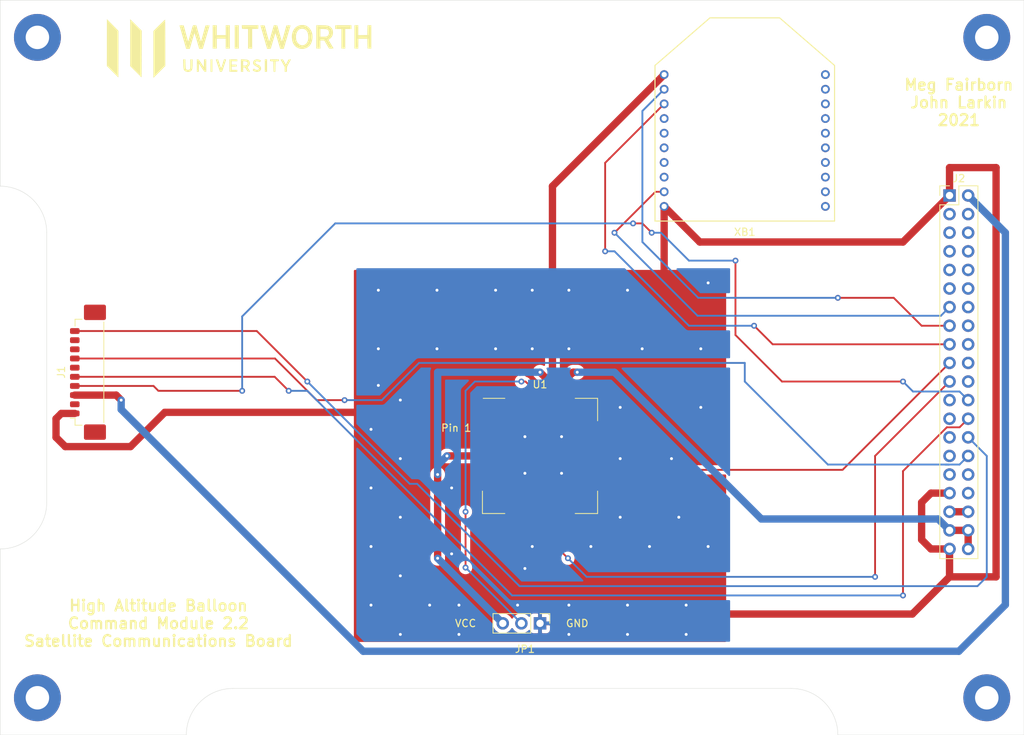
<source format=kicad_pcb>
(kicad_pcb (version 20171130) (host pcbnew "(5.1.9)-1")

  (general
    (thickness 1.6)
    (drawings 25)
    (tracks 229)
    (zones 0)
    (modules 10)
    (nets 61)
  )

  (page A4)
  (layers
    (0 F.Cu signal)
    (31 B.Cu signal hide)
    (32 B.Adhes user)
    (33 F.Adhes user)
    (34 B.Paste user)
    (35 F.Paste user)
    (36 B.SilkS user)
    (37 F.SilkS user)
    (38 B.Mask user)
    (39 F.Mask user)
    (40 Dwgs.User user)
    (41 Cmts.User user)
    (42 Eco1.User user hide)
    (43 Eco2.User user hide)
    (44 Edge.Cuts user)
    (45 Margin user)
    (46 B.CrtYd user)
    (47 F.CrtYd user)
    (48 B.Fab user hide)
    (49 F.Fab user hide)
  )

  (setup
    (last_trace_width 0.25)
    (user_trace_width 1)
    (trace_clearance 0.2)
    (zone_clearance 0.508)
    (zone_45_only no)
    (trace_min 0.2)
    (via_size 0.8)
    (via_drill 0.4)
    (via_min_size 0.4)
    (via_min_drill 0.3)
    (uvia_size 0.3)
    (uvia_drill 0.1)
    (uvias_allowed no)
    (uvia_min_size 0.2)
    (uvia_min_drill 0.1)
    (edge_width 0.05)
    (segment_width 0.2)
    (pcb_text_width 0.3)
    (pcb_text_size 1.5 1.5)
    (mod_edge_width 0.12)
    (mod_text_size 1 1)
    (mod_text_width 0.15)
    (pad_size 1.524 1.524)
    (pad_drill 0.762)
    (pad_to_mask_clearance 0.051)
    (solder_mask_min_width 0.25)
    (aux_axis_origin 0 0)
    (visible_elements 7FFFFFFF)
    (pcbplotparams
      (layerselection 0x010fc_ffffffff)
      (usegerberextensions false)
      (usegerberattributes false)
      (usegerberadvancedattributes false)
      (creategerberjobfile false)
      (excludeedgelayer true)
      (linewidth 0.100000)
      (plotframeref false)
      (viasonmask false)
      (mode 1)
      (useauxorigin false)
      (hpglpennumber 1)
      (hpglpenspeed 20)
      (hpglpendiameter 15.000000)
      (psnegative false)
      (psa4output false)
      (plotreference true)
      (plotvalue true)
      (plotinvisibletext false)
      (padsonsilk false)
      (subtractmaskfromsilk false)
      (outputformat 1)
      (mirror false)
      (drillshape 1)
      (scaleselection 1)
      (outputdirectory ""))
  )

  (net 0 "")
  (net 1 GND)
  (net 2 +5V)
  (net 3 /SPI_MOSI)
  (net 4 /SPI_MISO)
  (net 5 /SPI_CLK)
  (net 6 /I2C_SDA)
  (net 7 /I2C_SCL)
  (net 8 /POD_WAKE)
  (net 9 /POD_TX)
  (net 10 /POD_RX)
  (net 11 /RADIO_WAKE)
  (net 12 /A0)
  (net 13 /A1)
  (net 14 /A2)
  (net 15 /LED_A)
  (net 16 /LED_B)
  (net 17 /LED_C)
  (net 18 /PWM)
  (net 19 /IRIDIUM_NET_AVAIL)
  (net 20 /IRIDIUM_RX)
  (net 21 /IRIDIUM_TX)
  (net 22 /IRIDIUM_PWR_CTRL)
  (net 23 +3V3)
  (net 24 +7.4V)
  (net 25 GNDS)
  (net 26 /INTERBOARD_0)
  (net 27 /A3)
  (net 28 /DIO1)
  (net 29 "Net-(J1-Pad2)")
  (net 30 "Net-(J1-Pad9)")
  (net 31 "Net-(JP1-Pad2)")
  (net 32 "Net-(U1-Pad7)")
  (net 33 "Net-(U1-Pad8)")
  (net 34 "Net-(U1-Pad13)")
  (net 35 "Net-(U1-Pad14)")
  (net 36 "Net-(U1-Pad19)")
  (net 37 "Net-(XB1-Pad4)")
  (net 38 "Net-(XB1-Pad5)")
  (net 39 "Net-(XB1-Pad6)")
  (net 40 "Net-(XB1-Pad7)")
  (net 41 "Net-(XB1-Pad8)")
  (net 42 "Net-(XB1-Pad11)")
  (net 43 "Net-(XB1-Pad12)")
  (net 44 "Net-(XB1-Pad13)")
  (net 45 "Net-(XB1-Pad14)")
  (net 46 "Net-(XB1-Pad15)")
  (net 47 "Net-(XB1-Pad16)")
  (net 48 "Net-(XB1-Pad17)")
  (net 49 "Net-(XB1-Pad18)")
  (net 50 "Net-(XB1-Pad19)")
  (net 51 "Net-(XB1-Pad20)")
  (net 52 "Net-(J1-Pad8)")
  (net 53 /1_WIRE)
  (net 54 /INTERBOARD_1)
  (net 55 /INTERBOARD_2)
  (net 56 /INTERBOARD_3)
  (net 57 /USB_D+)
  (net 58 /USB_D-)
  (net 59 /EXT_TEMP)
  (net 60 "Net-(J1-Pad6)")

  (net_class Default "This is the default net class."
    (clearance 0.2)
    (trace_width 0.25)
    (via_dia 0.8)
    (via_drill 0.4)
    (uvia_dia 0.3)
    (uvia_drill 0.1)
    (add_net +3V3)
    (add_net +5V)
    (add_net +7.4V)
    (add_net /1_WIRE)
    (add_net /A0)
    (add_net /A1)
    (add_net /A2)
    (add_net /A3)
    (add_net /DIO1)
    (add_net /EXT_TEMP)
    (add_net /I2C_SCL)
    (add_net /I2C_SDA)
    (add_net /INTERBOARD_0)
    (add_net /INTERBOARD_1)
    (add_net /INTERBOARD_2)
    (add_net /INTERBOARD_3)
    (add_net /IRIDIUM_NET_AVAIL)
    (add_net /IRIDIUM_PWR_CTRL)
    (add_net /IRIDIUM_RX)
    (add_net /IRIDIUM_TX)
    (add_net /LED_A)
    (add_net /LED_B)
    (add_net /LED_C)
    (add_net /POD_RX)
    (add_net /POD_TX)
    (add_net /POD_WAKE)
    (add_net /PWM)
    (add_net /RADIO_WAKE)
    (add_net /SPI_CLK)
    (add_net /SPI_MISO)
    (add_net /SPI_MOSI)
    (add_net /USB_D+)
    (add_net /USB_D-)
    (add_net GND)
    (add_net GNDS)
    (add_net "Net-(J1-Pad2)")
    (add_net "Net-(J1-Pad6)")
    (add_net "Net-(J1-Pad8)")
    (add_net "Net-(J1-Pad9)")
    (add_net "Net-(JP1-Pad2)")
    (add_net "Net-(U1-Pad13)")
    (add_net "Net-(U1-Pad14)")
    (add_net "Net-(U1-Pad19)")
    (add_net "Net-(U1-Pad7)")
    (add_net "Net-(U1-Pad8)")
    (add_net "Net-(XB1-Pad11)")
    (add_net "Net-(XB1-Pad12)")
    (add_net "Net-(XB1-Pad13)")
    (add_net "Net-(XB1-Pad14)")
    (add_net "Net-(XB1-Pad15)")
    (add_net "Net-(XB1-Pad16)")
    (add_net "Net-(XB1-Pad17)")
    (add_net "Net-(XB1-Pad18)")
    (add_net "Net-(XB1-Pad19)")
    (add_net "Net-(XB1-Pad20)")
    (add_net "Net-(XB1-Pad4)")
    (add_net "Net-(XB1-Pad5)")
    (add_net "Net-(XB1-Pad6)")
    (add_net "Net-(XB1-Pad7)")
    (add_net "Net-(XB1-Pad8)")
  )

  (module WhitworthStandard:LOGO (layer F.Cu) (tedit 0) (tstamp 5E6714B9)
    (at 58 32)
    (fp_text reference G*** (at 0 0) (layer F.SilkS) hide
      (effects (font (size 1.524 1.524) (thickness 0.3)))
    )
    (fp_text value LOGO (at 0.75 0) (layer Cmts.User) hide
      (effects (font (size 1.524 1.524) (thickness 0.3)))
    )
    (fp_poly (pts (xy -10.101622 -3.89576) (xy -10.096829 -3.776411) (xy -10.092353 -3.58551) (xy -10.088258 -3.329617)
      (xy -10.084609 -3.015287) (xy -10.081472 -2.649079) (xy -10.07891 -2.23755) (xy -10.076991 -1.787259)
      (xy -10.075777 -1.304762) (xy -10.075335 -0.796617) (xy -10.075334 -0.77482) (xy -10.075334 2.38736)
      (xy -10.879367 3.19393) (xy -11.683401 4.0005) (xy -11.683701 0.803904) (xy -11.684 -2.392692)
      (xy -10.910999 -3.164846) (xy -10.701278 -3.373173) (xy -10.510758 -3.560205) (xy -10.347708 -3.718004)
      (xy -10.220396 -3.838634) (xy -10.137091 -3.914155) (xy -10.106666 -3.937) (xy -10.101622 -3.89576)) (layer F.SilkS) (width 0.01))
    (fp_poly (pts (xy -17.249407 -3.20724) (xy -16.467667 -2.41398) (xy -16.467667 0.76151) (xy -16.46781 1.271683)
      (xy -16.468224 1.756498) (xy -16.468886 2.20941) (xy -16.469774 2.623875) (xy -16.470865 2.99335)
      (xy -16.472135 3.31129) (xy -16.473564 3.571153) (xy -16.475126 3.766393) (xy -16.476801 3.890467)
      (xy -16.478566 3.936832) (xy -16.47868 3.937) (xy -16.510295 3.90832) (xy -16.593634 3.827557)
      (xy -16.720683 3.70262) (xy -16.883425 3.541422) (xy -17.073844 3.351875) (xy -17.261846 3.163999)
      (xy -18.034 2.390997) (xy -18.032574 -0.804751) (xy -18.031147 -4.000499) (xy -17.249407 -3.20724)) (layer F.SilkS) (width 0.01))
    (fp_poly (pts (xy -14.075563 -3.216781) (xy -13.292126 -2.433344) (xy -13.30298 0.752263) (xy -13.313834 3.937869)
      (xy -14.859 2.390997) (xy -14.859 -4.000217) (xy -14.075563 -3.216781)) (layer F.SilkS) (width 0.01))
    (fp_poly (pts (xy -7.316134 2.112356) (xy -7.309526 2.362199) (xy -7.300973 2.54176) (xy -7.288591 2.66542)
      (xy -7.270497 2.747565) (xy -7.244805 2.802577) (xy -7.221856 2.832022) (xy -7.107053 2.902446)
      (xy -6.959545 2.922356) (xy -6.814801 2.891441) (xy -6.731 2.836333) (xy -6.698124 2.7967)
      (xy -6.675009 2.744856) (xy -6.659964 2.666424) (xy -6.651298 2.547029) (xy -6.647319 2.372292)
      (xy -6.646335 2.127836) (xy -6.646334 2.116667) (xy -6.646334 1.481667) (xy -6.35 1.481667)
      (xy -6.350066 2.106083) (xy -6.353902 2.400501) (xy -6.367695 2.624309) (xy -6.394984 2.791321)
      (xy -6.439306 2.915349) (xy -6.504199 3.010207) (xy -6.5932 3.089708) (xy -6.604 3.097664)
      (xy -6.778218 3.177005) (xy -6.985821 3.200372) (xy -7.195049 3.165863) (xy -7.267943 3.137382)
      (xy -7.379278 3.076679) (xy -7.462734 3.004416) (xy -7.522684 2.907769) (xy -7.563497 2.773916)
      (xy -7.589547 2.590035) (xy -7.605202 2.343303) (xy -7.612294 2.12725) (xy -7.629047 1.481667)
      (xy -7.329767 1.481667) (xy -7.316134 2.112356)) (layer F.SilkS) (width 0.01))
    (fp_poly (pts (xy 2.596332 1.49569) (xy 2.750388 1.532412) (xy 2.876093 1.583814) (xy 2.951392 1.641876)
      (xy 2.963333 1.673446) (xy 2.934602 1.736686) (xy 2.881258 1.796821) (xy 2.814362 1.845707)
      (xy 2.755984 1.837615) (xy 2.702505 1.803382) (xy 2.586518 1.754308) (xy 2.447817 1.737822)
      (xy 2.320832 1.754281) (xy 2.244122 1.798617) (xy 2.204939 1.90092) (xy 2.242621 2.008071)
      (xy 2.350983 2.108446) (xy 2.433293 2.154144) (xy 2.550086 2.206076) (xy 2.634889 2.238381)
      (xy 2.657554 2.243667) (xy 2.70825 2.26867) (xy 2.79492 2.331372) (xy 2.83021 2.360083)
      (xy 2.941756 2.501121) (xy 2.994873 2.672519) (xy 2.983113 2.845372) (xy 2.954408 2.916919)
      (xy 2.830428 3.063919) (xy 2.654646 3.160711) (xy 2.44881 3.199029) (xy 2.264833 3.179039)
      (xy 2.137144 3.136779) (xy 2.011327 3.079742) (xy 1.912049 3.020938) (xy 1.863978 2.973377)
      (xy 1.862666 2.966936) (xy 1.886964 2.91057) (xy 1.941333 2.833231) (xy 2.019999 2.736082)
      (xy 2.137542 2.828541) (xy 2.258042 2.889959) (xy 2.403908 2.919621) (xy 2.544144 2.91569)
      (xy 2.647757 2.876327) (xy 2.665066 2.85983) (xy 2.713424 2.766549) (xy 2.694231 2.676789)
      (xy 2.602896 2.584318) (xy 2.434826 2.482903) (xy 2.359728 2.445442) (xy 2.14138 2.32406)
      (xy 1.9993 2.202197) (xy 1.925701 2.069233) (xy 1.912791 1.914551) (xy 1.922011 1.848761)
      (xy 1.993079 1.675129) (xy 2.127218 1.553979) (xy 2.317376 1.49035) (xy 2.435978 1.481667)
      (xy 2.596332 1.49569)) (layer F.SilkS) (width 0.01))
    (fp_poly (pts (xy -5.585025 1.488258) (xy -5.534273 1.514971) (xy -5.474769 1.572209) (xy -5.397275 1.670376)
      (xy -5.292552 1.819878) (xy -5.160014 2.01805) (xy -4.804834 2.554434) (xy -4.792986 2.01805)
      (xy -4.781138 1.481667) (xy -4.487334 1.481667) (xy -4.487334 3.175) (xy -4.614155 3.175)
      (xy -4.665941 3.169482) (xy -4.71572 3.146098) (xy -4.772646 3.094606) (xy -4.845875 3.004761)
      (xy -4.944563 2.866322) (xy -5.077866 2.669043) (xy -5.111571 2.618494) (xy -5.482167 2.061988)
      (xy -5.505791 3.175) (xy -5.757334 3.175) (xy -5.757334 1.481667) (xy -5.636264 1.481667)
      (xy -5.585025 1.488258)) (layer F.SilkS) (width 0.01))
    (fp_poly (pts (xy -3.640667 3.175) (xy -3.894667 3.175) (xy -3.894667 1.481667) (xy -3.640667 1.481667)
      (xy -3.640667 3.175)) (layer F.SilkS) (width 0.01))
    (fp_poly (pts (xy -1.82352 1.491178) (xy -1.778571 1.514404) (xy -1.778 1.51765) (xy -1.790888 1.564918)
      (xy -1.826177 1.677156) (xy -1.878807 1.839246) (xy -1.943714 2.036067) (xy -2.015839 2.252502)
      (xy -2.090119 2.473431) (xy -2.161493 2.683736) (xy -2.2249 2.868298) (xy -2.275278 3.011997)
      (xy -2.307566 3.099716) (xy -2.30804 3.100917) (xy -2.376042 3.161133) (xy -2.472286 3.175)
      (xy -2.60718 3.175) (xy -2.877121 2.38125) (xy -2.961121 2.134339) (xy -3.036476 1.913014)
      (xy -3.09868 1.730488) (xy -3.143229 1.599978) (xy -3.165621 1.534698) (xy -3.16667 1.531692)
      (xy -3.1566 1.495624) (xy -3.082544 1.486069) (xy -3.025777 1.489358) (xy -2.865277 1.502833)
      (xy -2.666505 2.116667) (xy -2.592327 2.348137) (xy -2.536498 2.512906) (xy -2.49242 2.609094)
      (xy -2.453496 2.634822) (xy -2.413127 2.588208) (xy -2.364717 2.467373) (xy -2.301668 2.270438)
      (xy -2.217382 1.995521) (xy -2.215067 1.988027) (xy -2.058619 1.481667) (xy -1.91831 1.481667)
      (xy -1.82352 1.491178)) (layer F.SilkS) (width 0.01))
    (fp_poly (pts (xy -0.254 1.735667) (xy -1.016 1.735667) (xy -1.016 2.201333) (xy -0.338667 2.201333)
      (xy -0.338667 2.455333) (xy -1.016 2.455333) (xy -1.016 2.921) (xy -0.254 2.921)
      (xy -0.254 3.175) (xy -1.312334 3.175) (xy -1.312334 1.481667) (xy -0.254 1.481667)
      (xy -0.254 1.735667)) (layer F.SilkS) (width 0.01))
    (fp_poly (pts (xy 0.695535 1.488396) (xy 0.950372 1.504374) (xy 1.135711 1.537754) (xy 1.266086 1.595586)
      (xy 1.356031 1.684923) (xy 1.42008 1.812815) (xy 1.431706 1.845543) (xy 1.460799 2.05348)
      (xy 1.40963 2.248915) (xy 1.282561 2.416523) (xy 1.264936 2.431931) (xy 1.134401 2.541769)
      (xy 1.308034 2.834035) (xy 1.389089 2.973604) (xy 1.449937 3.084342) (xy 1.480127 3.147039)
      (xy 1.481666 3.153206) (xy 1.444503 3.167443) (xy 1.352447 3.168852) (xy 1.325135 3.166972)
      (xy 1.242045 3.154043) (xy 1.17778 3.121068) (xy 1.114734 3.051989) (xy 1.035304 2.930754)
      (xy 0.997411 2.868083) (xy 0.907383 2.723258) (xy 0.841375 2.637591) (xy 0.782935 2.595875)
      (xy 0.715609 2.5829) (xy 0.688276 2.582333) (xy 0.550333 2.582333) (xy 0.550333 3.175)
      (xy 0.254 3.175) (xy 0.254 2.328333) (xy 0.550333 2.328333) (xy 0.763924 2.328333)
      (xy 0.912903 2.318168) (xy 1.014094 2.27998) (xy 1.081424 2.224424) (xy 1.170123 2.094673)
      (xy 1.180219 1.972034) (xy 1.11773 1.866415) (xy 0.988674 1.787719) (xy 0.799068 1.745851)
      (xy 0.790199 1.745074) (xy 0.550333 1.725182) (xy 0.550333 2.328333) (xy 0.254 2.328333)
      (xy 0.254 1.47396) (xy 0.695535 1.488396)) (layer F.SilkS) (width 0.01))
    (fp_poly (pts (xy 3.81 3.175) (xy 3.513666 3.175) (xy 3.513666 1.481667) (xy 3.81 1.481667)
      (xy 3.81 3.175)) (layer F.SilkS) (width 0.01))
    (fp_poly (pts (xy 5.418666 1.606454) (xy 5.413634 1.679334) (xy 5.384356 1.718049) (xy 5.309561 1.735769)
      (xy 5.196416 1.744038) (xy 4.974166 1.756833) (xy 4.962559 2.465917) (xy 4.950952 3.175)
      (xy 4.701047 3.175) (xy 4.68944 2.465917) (xy 4.677833 1.756833) (xy 4.455583 1.744038)
      (xy 4.326298 1.733769) (xy 4.260348 1.713533) (xy 4.236458 1.670162) (xy 4.233333 1.606454)
      (xy 4.233333 1.481667) (xy 5.418666 1.481667) (xy 5.418666 1.606454)) (layer F.SilkS) (width 0.01))
    (fp_poly (pts (xy 7.001187 1.61925) (xy 6.949295 1.716764) (xy 6.869135 1.863385) (xy 6.774183 2.034561)
      (xy 6.724934 2.122466) (xy 6.630285 2.294205) (xy 6.570292 2.419938) (xy 6.537066 2.526863)
      (xy 6.522723 2.642177) (xy 6.519377 2.793078) (xy 6.519333 2.83155) (xy 6.519333 3.175)
      (xy 6.223 3.175) (xy 6.223 2.497101) (xy 5.947833 2.012413) (xy 5.84569 1.83084)
      (xy 5.760715 1.676636) (xy 5.700714 1.5642) (xy 5.673491 1.507933) (xy 5.672666 1.504696)
      (xy 5.7101 1.490002) (xy 5.802907 1.482453) (xy 5.831416 1.482168) (xy 5.906338 1.485374)
      (xy 5.962217 1.503816) (xy 6.012575 1.551575) (xy 6.070929 1.642734) (xy 6.150799 1.791372)
      (xy 6.17755 1.842694) (xy 6.364933 2.202717) (xy 6.482794 2.000942) (xy 6.56631 1.850935)
      (xy 6.643909 1.700264) (xy 6.672256 1.640417) (xy 6.72735 1.537688) (xy 6.789822 1.492425)
      (xy 6.893668 1.481718) (xy 6.907849 1.481667) (xy 7.07184 1.481667) (xy 7.001187 1.61925)) (layer F.SilkS) (width 0.01))
    (fp_poly (pts (xy 8.832412 -3.201675) (xy 9.110922 -3.129938) (xy 9.36449 -2.986603) (xy 9.498852 -2.875854)
      (xy 9.730658 -2.607979) (xy 9.896244 -2.292531) (xy 9.993054 -1.937749) (xy 10.018529 -1.551878)
      (xy 9.994273 -1.279091) (xy 9.907215 -0.901381) (xy 9.767067 -0.588268) (xy 9.572013 -0.336974)
      (xy 9.320235 -0.144719) (xy 9.216976 -0.090195) (xy 8.937974 0.014924) (xy 8.662059 0.055255)
      (xy 8.356344 0.035439) (xy 8.341939 0.033296) (xy 8.056665 -0.051121) (xy 7.793223 -0.207954)
      (xy 7.565496 -0.425328) (xy 7.387364 -0.691366) (xy 7.32066 -0.84044) (xy 7.254676 -1.081267)
      (xy 7.214658 -1.367028) (xy 7.209504 -1.501002) (xy 7.757044 -1.501002) (xy 7.784197 -1.238494)
      (xy 7.844884 -1.018076) (xy 7.848032 -1.010527) (xy 7.982234 -0.780458) (xy 8.162818 -0.597027)
      (xy 8.316748 -0.502906) (xy 8.532184 -0.435325) (xy 8.735261 -0.442329) (xy 8.911166 -0.503345)
      (xy 9.132146 -0.646865) (xy 9.294299 -0.847394) (xy 9.398718 -1.107078) (xy 9.446495 -1.428064)
      (xy 9.450035 -1.56299) (xy 9.422717 -1.915932) (xy 9.343134 -2.206592) (xy 9.212738 -2.433045)
      (xy 9.03298 -2.593369) (xy 8.805312 -2.685641) (xy 8.584769 -2.709175) (xy 8.338551 -2.671729)
      (xy 8.132462 -2.559755) (xy 7.966483 -2.373234) (xy 7.840593 -2.112149) (xy 7.808797 -2.012937)
      (xy 7.764789 -1.770762) (xy 7.757044 -1.501002) (xy 7.209504 -1.501002) (xy 7.203339 -1.661245)
      (xy 7.22345 -1.927434) (xy 7.234602 -1.989667) (xy 7.345149 -2.353039) (xy 7.511313 -2.65718)
      (xy 7.729442 -2.898609) (xy 7.995884 -3.073842) (xy 8.306987 -3.179396) (xy 8.511491 -3.207686)
      (xy 8.832412 -3.201675)) (layer F.SilkS) (width 0.01))
    (fp_poly (pts (xy -6.118585 -3.176321) (xy -6.073343 -3.175) (xy -5.845586 -3.175) (xy -5.7622 -2.88925)
      (xy -5.724094 -2.756306) (xy -5.668896 -2.560586) (xy -5.601886 -2.320972) (xy -5.528347 -2.056347)
      (xy -5.457298 -1.799167) (xy -5.387905 -1.550336) (xy -5.324715 -1.329627) (xy -5.271574 -1.150011)
      (xy -5.232332 -1.024461) (xy -5.210835 -0.965947) (xy -5.209521 -0.963914) (xy -5.19217 -0.994689)
      (xy -5.156582 -1.097168) (xy -5.105823 -1.26111) (xy -5.042963 -1.476277) (xy -4.971069 -1.732428)
      (xy -4.893209 -2.019326) (xy -4.892429 -2.022247) (xy -4.813926 -2.313466) (xy -4.741229 -2.577855)
      (xy -4.677498 -2.804343) (xy -4.625892 -2.981856) (xy -4.589571 -3.09932) (xy -4.571915 -3.145433)
      (xy -4.51681 -3.161501) (xy -4.403964 -3.168707) (xy -4.286706 -3.1666) (xy -4.031178 -3.153833)
      (xy -4.491615 -1.566333) (xy -4.593294 -1.215542) (xy -4.687215 -0.89109) (xy -4.770843 -0.601765)
      (xy -4.841643 -0.356355) (xy -4.897082 -0.163647) (xy -4.934625 -0.032429) (xy -4.951737 0.028512)
      (xy -4.952526 0.03175) (xy -4.991189 0.037387) (xy -5.090818 0.041097) (xy -5.196417 0.04201)
      (xy -5.439834 0.041686) (xy -5.755478 -1.058967) (xy -5.839229 -1.345686) (xy -5.916674 -1.600724)
      (xy -5.984583 -1.814237) (xy -6.039723 -1.976382) (xy -6.078863 -2.077315) (xy -6.098771 -2.107191)
      (xy -6.099347 -2.106393) (xy -6.119212 -2.050955) (xy -6.158218 -1.92724) (xy -6.212387 -1.748423)
      (xy -6.277738 -1.527676) (xy -6.350291 -1.278171) (xy -6.364831 -1.227667) (xy -6.441869 -0.960008)
      (xy -6.515434 -0.705121) (xy -6.580649 -0.479847) (xy -6.632639 -0.301028) (xy -6.666526 -0.185503)
      (xy -6.668185 -0.179917) (xy -6.734281 0.042333) (xy -6.976057 0.041484) (xy -7.217834 0.040634)
      (xy -7.659272 -1.514266) (xy -7.758601 -1.863839) (xy -7.851108 -2.188822) (xy -7.934147 -2.479972)
      (xy -8.005076 -2.728041) (xy -8.061249 -2.923783) (xy -8.100023 -3.057954) (xy -8.118752 -3.121306)
      (xy -8.119673 -3.124139) (xy -8.110351 -3.153473) (xy -8.047848 -3.167751) (xy -7.919205 -3.169006)
      (xy -7.849863 -3.166472) (xy -7.561089 -3.153833) (xy -7.264119 -2.043043) (xy -7.185314 -1.752932)
      (xy -7.112407 -1.49335) (xy -7.048442 -1.27444) (xy -6.996462 -1.106342) (xy -6.959513 -0.999199)
      (xy -6.940638 -0.963151) (xy -6.94008 -0.963543) (xy -6.921573 -1.011661) (xy -6.884357 -1.129655)
      (xy -6.831916 -1.305698) (xy -6.767738 -1.527961) (xy -6.695309 -1.784616) (xy -6.65013 -1.947333)
      (xy -6.554079 -2.297225) (xy -6.478069 -2.574305) (xy -6.41816 -2.786963) (xy -6.370411 -2.943585)
      (xy -6.330881 -3.052561) (xy -6.295629 -3.122279) (xy -6.260714 -3.161125) (xy -6.222196 -3.177489)
      (xy -6.176133 -3.179758) (xy -6.118585 -3.176321)) (layer F.SilkS) (width 0.01))
    (fp_poly (pts (xy 5.113461 -3.16894) (xy 5.190046 -3.146758) (xy 5.223151 -3.102455) (xy 5.223626 -3.100917)
      (xy 5.240913 -3.040695) (xy 5.277543 -2.911099) (xy 5.330096 -2.724306) (xy 5.395148 -2.492492)
      (xy 5.469278 -2.22783) (xy 5.524051 -2.032) (xy 5.602459 -1.752451) (xy 5.674319 -1.498025)
      (xy 5.736197 -1.280739) (xy 5.784659 -1.112611) (xy 5.816271 -1.005656) (xy 5.826517 -0.973667)
      (xy 5.843364 -0.99587) (xy 5.878755 -1.090257) (xy 5.929678 -1.247132) (xy 5.993121 -1.456801)
      (xy 6.066071 -1.709572) (xy 6.145517 -1.995749) (xy 6.155378 -2.032) (xy 6.459867 -3.153833)
      (xy 6.743009 -3.166338) (xy 6.898529 -3.169385) (xy 6.982944 -3.159893) (xy 7.009168 -3.13579)
      (xy 7.007158 -3.124004) (xy 6.992013 -3.073809) (xy 6.95658 -2.953293) (xy 6.904055 -2.773481)
      (xy 6.837634 -2.545397) (xy 6.760514 -2.280064) (xy 6.675892 -1.988507) (xy 6.586964 -1.68175)
      (xy 6.496927 -1.370817) (xy 6.408977 -1.066732) (xy 6.326311 -0.780518) (xy 6.252126 -0.5232)
      (xy 6.189618 -0.305802) (xy 6.159611 -0.201083) (xy 6.089992 0.042333) (xy 5.608237 0.042333)
      (xy 5.29208 -1.056896) (xy 5.208109 -1.343469) (xy 5.130414 -1.598431) (xy 5.062244 -1.811918)
      (xy 5.006851 -1.974068) (xy 4.967486 -2.075019) (xy 4.947401 -2.104908) (xy 4.946847 -2.104169)
      (xy 4.926594 -2.048276) (xy 4.885394 -1.917681) (xy 4.825252 -1.719179) (xy 4.748178 -1.459563)
      (xy 4.656177 -1.145628) (xy 4.551257 -0.784167) (xy 4.435426 -0.381975) (xy 4.353327 -0.09525)
      (xy 4.326738 -0.017527) (xy 4.288162 0.02345) (xy 4.213689 0.039359) (xy 4.079407 0.041881)
      (xy 4.072593 0.041869) (xy 3.831166 0.041404) (xy 3.390816 -1.492715) (xy 3.290944 -1.840804)
      (xy 3.197944 -2.165225) (xy 3.114525 -2.45651) (xy 3.043394 -2.705189) (xy 2.987259 -2.901797)
      (xy 2.948828 -3.036865) (xy 2.930809 -3.100926) (xy 2.930257 -3.102976) (xy 2.927673 -3.142936)
      (xy 2.957963 -3.164282) (xy 3.03791 -3.170998) (xy 3.184293 -3.167064) (xy 3.197848 -3.166476)
      (xy 3.485649 -3.153833) (xy 3.782965 -2.041226) (xy 3.861732 -1.752234) (xy 3.9348 -1.495075)
      (xy 3.999123 -1.279608) (xy 4.051656 -1.115689) (xy 4.089354 -1.013176) (xy 4.109171 -0.981926)
      (xy 4.109945 -0.982893) (xy 4.13017 -1.039173) (xy 4.168766 -1.163443) (xy 4.221689 -1.342044)
      (xy 4.284896 -1.56132) (xy 4.354342 -1.807613) (xy 4.35789 -1.820333) (xy 4.432813 -2.08824)
      (xy 4.506335 -2.349497) (xy 4.572985 -2.584792) (xy 4.627297 -2.77481) (xy 4.660545 -2.88925)
      (xy 4.744918 -3.175) (xy 4.973106 -3.175) (xy 5.113461 -3.16894)) (layer F.SilkS) (width 0.01))
    (fp_poly (pts (xy -3.048 -1.820333) (xy -1.820334 -1.820333) (xy -1.820334 -3.175) (xy -1.27 -3.175)
      (xy -1.27 0) (xy -1.820334 0) (xy -1.820334 -1.354667) (xy -3.048 -1.354667)
      (xy -3.048 0) (xy -3.598334 0) (xy -3.598334 -3.175) (xy -3.048 -3.175)
      (xy -3.048 -1.820333)) (layer F.SilkS) (width 0.01))
    (fp_poly (pts (xy -0.042334 0) (xy -0.592667 0) (xy -0.592667 -3.175) (xy -0.042334 -3.175)
      (xy -0.042334 0)) (layer F.SilkS) (width 0.01))
    (fp_poly (pts (xy 2.616195 -2.931584) (xy 2.6035 -2.688167) (xy 2.19075 -2.676051) (xy 1.778 -2.663934)
      (xy 1.778 0) (xy 1.227666 0) (xy 1.227666 -2.663934) (xy 0.814916 -2.676051)
      (xy 0.402166 -2.688167) (xy 0.38947 -2.931584) (xy 0.376774 -3.175) (xy 2.628891 -3.175)
      (xy 2.616195 -2.931584)) (layer F.SilkS) (width 0.01))
    (fp_poly (pts (xy 11.564106 -3.171141) (xy 11.82526 -3.157787) (xy 12.030443 -3.132276) (xy 12.193867 -3.091947)
      (xy 12.32974 -3.034135) (xy 12.452273 -2.95618) (xy 12.469466 -2.943283) (xy 12.644032 -2.76072)
      (xy 12.756952 -2.537795) (xy 12.809758 -2.290509) (xy 12.803982 -2.034867) (xy 12.741154 -1.786871)
      (xy 12.622805 -1.562526) (xy 12.450467 -1.377833) (xy 12.31099 -1.287025) (xy 12.228404 -1.236394)
      (xy 12.192079 -1.198437) (xy 12.192 -1.197368) (xy 12.212882 -1.153264) (xy 12.270477 -1.050124)
      (xy 12.357199 -0.901071) (xy 12.465469 -0.719226) (xy 12.530666 -0.611286) (xy 12.647444 -0.41725)
      (xy 12.746806 -0.249017) (xy 12.821174 -0.119668) (xy 12.862972 -0.042285) (xy 12.869333 -0.026664)
      (xy 12.830591 -0.013477) (xy 12.728697 -0.003944) (xy 12.585147 -0.000015) (xy 12.575258 0)
      (xy 12.281183 0) (xy 11.951104 -0.550333) (xy 11.621025 -1.100667) (xy 11.091333 -1.100667)
      (xy 11.091333 0) (xy 10.541 0) (xy 10.541 -2.667) (xy 11.091333 -2.667)
      (xy 11.091333 -1.608667) (xy 11.497551 -1.608667) (xy 11.717384 -1.613282) (xy 11.871738 -1.628836)
      (xy 11.979385 -1.657897) (xy 12.026034 -1.68089) (xy 12.16314 -1.80757) (xy 12.247374 -1.980741)
      (xy 12.27261 -2.176302) (xy 12.232724 -2.370153) (xy 12.21245 -2.414386) (xy 12.136617 -2.522743)
      (xy 12.030883 -2.596947) (xy 11.880642 -2.642145) (xy 11.671287 -2.663485) (xy 11.495602 -2.667)
      (xy 11.091333 -2.667) (xy 10.541 -2.667) (xy 10.541 -3.175) (xy 11.232771 -3.175)
      (xy 11.564106 -3.171141)) (layer F.SilkS) (width 0.01))
    (fp_poly (pts (xy 15.324666 -2.667) (xy 14.478 -2.667) (xy 14.478 0) (xy 13.97 0)
      (xy 13.97 -2.667) (xy 13.123333 -2.667) (xy 13.123333 -3.175) (xy 15.324666 -3.175)
      (xy 15.324666 -2.667)) (layer F.SilkS) (width 0.01))
    (fp_poly (pts (xy 16.256 -1.81807) (xy 16.880416 -1.829785) (xy 17.504833 -1.8415) (xy 17.528149 -3.175)
      (xy 18.034 -3.175) (xy 18.034 0) (xy 17.528149 0) (xy 17.504833 -1.3335)
      (xy 16.277166 -1.3335) (xy 16.25385 0) (xy 15.748 0) (xy 15.748 -3.175)
      (xy 16.256 -3.175) (xy 16.256 -1.81807)) (layer F.SilkS) (width 0.01))
  )

  (module MountingHole:MountingHole_3.2mm_M3_Pad (layer F.Cu) (tedit 56D1B4CB) (tstamp 5DB967C1)
    (at 160.02 120.65)
    (descr "Mounting Hole 3.2mm, M3")
    (tags "mounting hole 3.2mm m3")
    (fp_text reference REF** (at 0 -4.2) (layer F.SilkS) hide
      (effects (font (size 1 1) (thickness 0.15)))
    )
    (fp_text value MountingHole_3.2mm_M3_Pad (at 0 4.2) (layer F.Fab) hide
      (effects (font (size 1 1) (thickness 0.15)))
    )
    (fp_circle (center 0 0) (end 3.2 0) (layer Cmts.User) (width 0.15))
    (fp_circle (center 0 0) (end 3.45 0) (layer F.CrtYd) (width 0.05))
    (fp_text user %R (at 0.3 0) (layer F.Fab) hide
      (effects (font (size 1 1) (thickness 0.15)))
    )
    (pad 1 thru_hole circle (at 0 0) (size 6.4 6.4) (drill 3.2) (layers *.Cu *.Mask))
  )

  (module MountingHole:MountingHole_3.2mm_M3_Pad (layer F.Cu) (tedit 56D1B4CB) (tstamp 5DB9678F)
    (at 30.48 120.65)
    (descr "Mounting Hole 3.2mm, M3")
    (tags "mounting hole 3.2mm m3")
    (fp_text reference REF** (at 0 -4.2) (layer F.SilkS) hide
      (effects (font (size 1 1) (thickness 0.15)))
    )
    (fp_text value MountingHole_3.2mm_M3_Pad (at 0 4.2) (layer F.Fab) hide
      (effects (font (size 1 1) (thickness 0.15)))
    )
    (fp_circle (center 0 0) (end 3.2 0) (layer Cmts.User) (width 0.15))
    (fp_circle (center 0 0) (end 3.45 0) (layer F.CrtYd) (width 0.05))
    (fp_text user %R (at 0.3 0) (layer F.Fab) hide
      (effects (font (size 1 1) (thickness 0.15)))
    )
    (pad 1 thru_hole circle (at 0 0) (size 6.4 6.4) (drill 3.2) (layers *.Cu *.Mask))
  )

  (module MountingHole:MountingHole_3.2mm_M3_Pad (layer F.Cu) (tedit 56D1B4CB) (tstamp 5DB96772)
    (at 160.02 30.48)
    (descr "Mounting Hole 3.2mm, M3")
    (tags "mounting hole 3.2mm m3")
    (fp_text reference REF** (at 0 -4.2) (layer F.SilkS) hide
      (effects (font (size 1 1) (thickness 0.15)))
    )
    (fp_text value MountingHole_3.2mm_M3_Pad (at 0 4.2) (layer F.Fab) hide
      (effects (font (size 1 1) (thickness 0.15)))
    )
    (fp_circle (center 0 0) (end 3.2 0) (layer Cmts.User) (width 0.15))
    (fp_circle (center 0 0) (end 3.45 0) (layer F.CrtYd) (width 0.05))
    (fp_text user %R (at 0.3 0) (layer F.Fab) hide
      (effects (font (size 1 1) (thickness 0.15)))
    )
    (pad 1 thru_hole circle (at 0 0) (size 6.4 6.4) (drill 3.2) (layers *.Cu *.Mask))
  )

  (module MountingHole:MountingHole_3.2mm_M3_Pad (layer F.Cu) (tedit 56D1B4CB) (tstamp 5DB96755)
    (at 30.48 30.48)
    (descr "Mounting Hole 3.2mm, M3")
    (tags "mounting hole 3.2mm m3")
    (fp_text reference REF** (at 0 -4.2) (layer F.SilkS) hide
      (effects (font (size 1 1) (thickness 0.15)))
    )
    (fp_text value MountingHole_3.2mm_M3_Pad (at 0 4.2) (layer F.Fab) hide
      (effects (font (size 1 1) (thickness 0.15)))
    )
    (fp_circle (center 0 0) (end 3.2 0) (layer Cmts.User) (width 0.15))
    (fp_circle (center 0 0) (end 3.45 0) (layer F.CrtYd) (width 0.05))
    (fp_text user %R (at 0.3 0) (layer F.Fab) hide
      (effects (font (size 1 1) (thickness 0.15)))
    )
    (pad 1 thru_hole circle (at 0 0) (size 6.4 6.4) (drill 3.2) (layers *.Cu *.Mask))
  )

  (module Connector_Molex:Molex_PicoBlade_53398-1071_1x10-1MP_P1.25mm_Vertical (layer F.Cu) (tedit 5B78AD89) (tstamp 6108D4CC)
    (at 36.83 76.2 90)
    (descr "Molex PicoBlade series connector, 53398-1071 (http://www.molex.com/pdm_docs/sd/533980271_sd.pdf), generated with kicad-footprint-generator")
    (tags "connector Molex PicoBlade side entry")
    (path /6108F4F7)
    (attr smd)
    (fp_text reference J1 (at 0 -3.1 90) (layer F.SilkS)
      (effects (font (size 1 1) (thickness 0.15)))
    )
    (fp_text value "RockBlock Connector" (at 0 4.2 90) (layer F.Fab)
      (effects (font (size 1 1) (thickness 0.15)))
    )
    (fp_line (start -5.625 -0.392893) (end -5.125 -1.1) (layer F.Fab) (width 0.1))
    (fp_line (start -6.125 -1.1) (end -5.625 -0.392893) (layer F.Fab) (width 0.1))
    (fp_line (start 9.73 -2.4) (end -9.73 -2.4) (layer F.CrtYd) (width 0.05))
    (fp_line (start 9.73 3.5) (end 9.73 -2.4) (layer F.CrtYd) (width 0.05))
    (fp_line (start -9.73 3.5) (end 9.73 3.5) (layer F.CrtYd) (width 0.05))
    (fp_line (start -9.73 -2.4) (end -9.73 3.5) (layer F.CrtYd) (width 0.05))
    (fp_line (start 8.625 -0.2) (end 7.125 -0.2) (layer F.Fab) (width 0.1))
    (fp_line (start 8.625 0.4) (end 8.625 -0.2) (layer F.Fab) (width 0.1))
    (fp_line (start 8.825 0.6) (end 8.625 0.4) (layer F.Fab) (width 0.1))
    (fp_line (start 8.825 2.4) (end 8.825 0.6) (layer F.Fab) (width 0.1))
    (fp_line (start 8.625 2.6) (end 8.825 2.4) (layer F.Fab) (width 0.1))
    (fp_line (start 7.125 2.6) (end 8.625 2.6) (layer F.Fab) (width 0.1))
    (fp_line (start -8.625 -0.2) (end -7.125 -0.2) (layer F.Fab) (width 0.1))
    (fp_line (start -8.625 0.4) (end -8.625 -0.2) (layer F.Fab) (width 0.1))
    (fp_line (start -8.825 0.6) (end -8.625 0.4) (layer F.Fab) (width 0.1))
    (fp_line (start -8.825 2.4) (end -8.825 0.6) (layer F.Fab) (width 0.1))
    (fp_line (start -8.625 2.6) (end -8.825 2.4) (layer F.Fab) (width 0.1))
    (fp_line (start -7.125 2.6) (end -8.625 2.6) (layer F.Fab) (width 0.1))
    (fp_line (start 5.775 1.225) (end 5.475 1.225) (layer F.Fab) (width 0.1))
    (fp_line (start 5.775 1.825) (end 5.775 1.225) (layer F.Fab) (width 0.1))
    (fp_line (start 5.475 1.825) (end 5.775 1.825) (layer F.Fab) (width 0.1))
    (fp_line (start 5.475 1.225) (end 5.475 1.825) (layer F.Fab) (width 0.1))
    (fp_line (start 4.525 1.225) (end 4.225 1.225) (layer F.Fab) (width 0.1))
    (fp_line (start 4.525 1.825) (end 4.525 1.225) (layer F.Fab) (width 0.1))
    (fp_line (start 4.225 1.825) (end 4.525 1.825) (layer F.Fab) (width 0.1))
    (fp_line (start 4.225 1.225) (end 4.225 1.825) (layer F.Fab) (width 0.1))
    (fp_line (start 3.275 1.225) (end 2.975 1.225) (layer F.Fab) (width 0.1))
    (fp_line (start 3.275 1.825) (end 3.275 1.225) (layer F.Fab) (width 0.1))
    (fp_line (start 2.975 1.825) (end 3.275 1.825) (layer F.Fab) (width 0.1))
    (fp_line (start 2.975 1.225) (end 2.975 1.825) (layer F.Fab) (width 0.1))
    (fp_line (start 2.025 1.225) (end 1.725 1.225) (layer F.Fab) (width 0.1))
    (fp_line (start 2.025 1.825) (end 2.025 1.225) (layer F.Fab) (width 0.1))
    (fp_line (start 1.725 1.825) (end 2.025 1.825) (layer F.Fab) (width 0.1))
    (fp_line (start 1.725 1.225) (end 1.725 1.825) (layer F.Fab) (width 0.1))
    (fp_line (start 0.775 1.225) (end 0.475 1.225) (layer F.Fab) (width 0.1))
    (fp_line (start 0.775 1.825) (end 0.775 1.225) (layer F.Fab) (width 0.1))
    (fp_line (start 0.475 1.825) (end 0.775 1.825) (layer F.Fab) (width 0.1))
    (fp_line (start 0.475 1.225) (end 0.475 1.825) (layer F.Fab) (width 0.1))
    (fp_line (start -0.475 1.225) (end -0.775 1.225) (layer F.Fab) (width 0.1))
    (fp_line (start -0.475 1.825) (end -0.475 1.225) (layer F.Fab) (width 0.1))
    (fp_line (start -0.775 1.825) (end -0.475 1.825) (layer F.Fab) (width 0.1))
    (fp_line (start -0.775 1.225) (end -0.775 1.825) (layer F.Fab) (width 0.1))
    (fp_line (start -1.725 1.225) (end -2.025 1.225) (layer F.Fab) (width 0.1))
    (fp_line (start -1.725 1.825) (end -1.725 1.225) (layer F.Fab) (width 0.1))
    (fp_line (start -2.025 1.825) (end -1.725 1.825) (layer F.Fab) (width 0.1))
    (fp_line (start -2.025 1.225) (end -2.025 1.825) (layer F.Fab) (width 0.1))
    (fp_line (start -2.975 1.225) (end -3.275 1.225) (layer F.Fab) (width 0.1))
    (fp_line (start -2.975 1.825) (end -2.975 1.225) (layer F.Fab) (width 0.1))
    (fp_line (start -3.275 1.825) (end -2.975 1.825) (layer F.Fab) (width 0.1))
    (fp_line (start -3.275 1.225) (end -3.275 1.825) (layer F.Fab) (width 0.1))
    (fp_line (start -4.225 1.225) (end -4.525 1.225) (layer F.Fab) (width 0.1))
    (fp_line (start -4.225 1.825) (end -4.225 1.225) (layer F.Fab) (width 0.1))
    (fp_line (start -4.525 1.825) (end -4.225 1.825) (layer F.Fab) (width 0.1))
    (fp_line (start -4.525 1.225) (end -4.525 1.825) (layer F.Fab) (width 0.1))
    (fp_line (start -5.475 1.225) (end -5.775 1.225) (layer F.Fab) (width 0.1))
    (fp_line (start -5.475 1.825) (end -5.475 1.225) (layer F.Fab) (width 0.1))
    (fp_line (start -5.775 1.825) (end -5.475 1.825) (layer F.Fab) (width 0.1))
    (fp_line (start -5.775 1.225) (end -5.775 1.825) (layer F.Fab) (width 0.1))
    (fp_line (start 7.125 -1.1) (end 7.125 2.6) (layer F.Fab) (width 0.1))
    (fp_line (start -7.125 -1.1) (end -7.125 2.6) (layer F.Fab) (width 0.1))
    (fp_line (start -7.125 2.6) (end 7.125 2.6) (layer F.Fab) (width 0.1))
    (fp_line (start -6.865 2.71) (end 6.865 2.71) (layer F.SilkS) (width 0.12))
    (fp_line (start 7.235 -1.21) (end 6.285 -1.21) (layer F.SilkS) (width 0.12))
    (fp_line (start 7.235 -0.26) (end 7.235 -1.21) (layer F.SilkS) (width 0.12))
    (fp_line (start -6.285 -1.21) (end -6.285 -1.9) (layer F.SilkS) (width 0.12))
    (fp_line (start -7.235 -1.21) (end -6.285 -1.21) (layer F.SilkS) (width 0.12))
    (fp_line (start -7.235 -0.26) (end -7.235 -1.21) (layer F.SilkS) (width 0.12))
    (fp_line (start -7.125 -1.1) (end 7.125 -1.1) (layer F.Fab) (width 0.1))
    (fp_text user %R (at 0 0.4 90) (layer F.Fab)
      (effects (font (size 1 1) (thickness 0.15)))
    )
    (pad 1 smd roundrect (at -5.625 -1.25 90) (size 0.8 1.3) (layers F.Cu F.Paste F.Mask) (roundrect_rratio 0.25)
      (net 1 GND))
    (pad 2 smd roundrect (at -4.375 -1.25 90) (size 0.8 1.3) (layers F.Cu F.Paste F.Mask) (roundrect_rratio 0.25)
      (net 29 "Net-(J1-Pad2)"))
    (pad 3 smd roundrect (at -3.125 -1.25 90) (size 0.8 1.3) (layers F.Cu F.Paste F.Mask) (roundrect_rratio 0.25)
      (net 2 +5V))
    (pad 4 smd roundrect (at -1.875 -1.25 90) (size 0.8 1.3) (layers F.Cu F.Paste F.Mask) (roundrect_rratio 0.25)
      (net 22 /IRIDIUM_PWR_CTRL))
    (pad 5 smd roundrect (at -0.625 -1.25 90) (size 0.8 1.3) (layers F.Cu F.Paste F.Mask) (roundrect_rratio 0.25)
      (net 20 /IRIDIUM_RX))
    (pad 6 smd roundrect (at 0.625 -1.25 90) (size 0.8 1.3) (layers F.Cu F.Paste F.Mask) (roundrect_rratio 0.25)
      (net 60 "Net-(J1-Pad6)"))
    (pad 7 smd roundrect (at 1.875 -1.25 90) (size 0.8 1.3) (layers F.Cu F.Paste F.Mask) (roundrect_rratio 0.25)
      (net 19 /IRIDIUM_NET_AVAIL))
    (pad 8 smd roundrect (at 3.125 -1.25 90) (size 0.8 1.3) (layers F.Cu F.Paste F.Mask) (roundrect_rratio 0.25)
      (net 52 "Net-(J1-Pad8)"))
    (pad 9 smd roundrect (at 4.375 -1.25 90) (size 0.8 1.3) (layers F.Cu F.Paste F.Mask) (roundrect_rratio 0.25)
      (net 30 "Net-(J1-Pad9)"))
    (pad 10 smd roundrect (at 5.625 -1.25 90) (size 0.8 1.3) (layers F.Cu F.Paste F.Mask) (roundrect_rratio 0.25)
      (net 21 /IRIDIUM_TX))
    (pad MP smd roundrect (at -8.175 1.5 90) (size 2.1 3) (layers F.Cu F.Paste F.Mask) (roundrect_rratio 0.119048))
    (pad MP smd roundrect (at 8.175 1.5 90) (size 2.1 3) (layers F.Cu F.Paste F.Mask) (roundrect_rratio 0.119048))
    (model ${KISYS3DMOD}/Connector_Molex.3dshapes/Molex_PicoBlade_53398-1071_1x10-1MP_P1.25mm_Vertical.wrl
      (at (xyz 0 0 0))
      (scale (xyz 1 1 1))
      (rotate (xyz 0 0 0))
    )
  )

  (module Connector_PinHeader_2.54mm:PinHeader_1x03_P2.54mm_Vertical (layer F.Cu) (tedit 59FED5CC) (tstamp 6108D521)
    (at 99.06 110.49 270)
    (descr "Through hole straight pin header, 1x03, 2.54mm pitch, single row")
    (tags "Through hole pin header THT 1x03 2.54mm single row")
    (path /61085CD0)
    (fp_text reference JP1 (at 3.51 2.06) (layer F.SilkS)
      (effects (font (size 1 1) (thickness 0.15)))
    )
    (fp_text value Jumper_3_Open (at 0 7.41 90) (layer F.Fab)
      (effects (font (size 1 1) (thickness 0.15)))
    )
    (fp_line (start 1.8 -1.8) (end -1.8 -1.8) (layer F.CrtYd) (width 0.05))
    (fp_line (start 1.8 6.85) (end 1.8 -1.8) (layer F.CrtYd) (width 0.05))
    (fp_line (start -1.8 6.85) (end 1.8 6.85) (layer F.CrtYd) (width 0.05))
    (fp_line (start -1.8 -1.8) (end -1.8 6.85) (layer F.CrtYd) (width 0.05))
    (fp_line (start -1.33 -1.33) (end 0 -1.33) (layer F.SilkS) (width 0.12))
    (fp_line (start -1.33 0) (end -1.33 -1.33) (layer F.SilkS) (width 0.12))
    (fp_line (start -1.33 1.27) (end 1.33 1.27) (layer F.SilkS) (width 0.12))
    (fp_line (start 1.33 1.27) (end 1.33 6.41) (layer F.SilkS) (width 0.12))
    (fp_line (start -1.33 1.27) (end -1.33 6.41) (layer F.SilkS) (width 0.12))
    (fp_line (start -1.33 6.41) (end 1.33 6.41) (layer F.SilkS) (width 0.12))
    (fp_line (start -1.27 -0.635) (end -0.635 -1.27) (layer F.Fab) (width 0.1))
    (fp_line (start -1.27 6.35) (end -1.27 -0.635) (layer F.Fab) (width 0.1))
    (fp_line (start 1.27 6.35) (end -1.27 6.35) (layer F.Fab) (width 0.1))
    (fp_line (start 1.27 -1.27) (end 1.27 6.35) (layer F.Fab) (width 0.1))
    (fp_line (start -0.635 -1.27) (end 1.27 -1.27) (layer F.Fab) (width 0.1))
    (fp_text user %R (at 0 2.54) (layer F.Fab)
      (effects (font (size 1 1) (thickness 0.15)))
    )
    (pad 1 thru_hole rect (at 0 0 270) (size 1.7 1.7) (drill 1) (layers *.Cu *.Mask)
      (net 1 GND))
    (pad 2 thru_hole oval (at 0 2.54 270) (size 1.7 1.7) (drill 1) (layers *.Cu *.Mask)
      (net 31 "Net-(JP1-Pad2)"))
    (pad 3 thru_hole oval (at 0 5.08 270) (size 1.7 1.7) (drill 1) (layers *.Cu *.Mask)
      (net 23 +3V3))
    (model ${KISYS3DMOD}/Connector_PinHeader_2.54mm.3dshapes/PinHeader_1x03_P2.54mm_Vertical.wrl
      (at (xyz 0 0 0))
      (scale (xyz 1 1 1))
      (rotate (xyz 0 0 0))
    )
  )

  (module RF_GPS:ublox_SAM-M8Q_HandSolder (layer F.Cu) (tedit 5C292C29) (tstamp 6108D553)
    (at 99.06 87.63)
    (descr "GPS Module, 15.5x15.5x6.3mm, https://www.u-blox.com/sites/default/files/SAM-M8Q_HardwareIntegrationManual_%28UBX-16018358%29.pdf")
    (tags "ublox SAM-M8Q")
    (path /610913AD)
    (attr smd)
    (fp_text reference U1 (at 0 -9.75) (layer F.SilkS)
      (effects (font (size 1 1) (thickness 0.15)))
    )
    (fp_text value SAM-M8Q (at 0 9.75) (layer F.Fab)
      (effects (font (size 1 1) (thickness 0.15)))
    )
    (fp_line (start -7.86 7.86) (end -4.8 7.86) (layer F.SilkS) (width 0.12))
    (fp_line (start -7.75 -7.75) (end 7.75 -7.75) (layer F.Fab) (width 0.1))
    (fp_line (start 7.75 -7.75) (end 7.75 7.75) (layer F.Fab) (width 0.1))
    (fp_line (start 7.75 7.75) (end -7.75 7.75) (layer F.Fab) (width 0.1))
    (fp_line (start -7.75 7.75) (end -7.75 -7.75) (layer F.Fab) (width 0.1))
    (fp_line (start -6 -3.8) (end -7.75 -4.5) (layer F.Fab) (width 0.1))
    (fp_line (start -6 -3.8) (end -7.75 -3.1) (layer F.Fab) (width 0.1))
    (fp_line (start 7.86 4.8) (end 7.86 7.86) (layer F.SilkS) (width 0.12))
    (fp_line (start -7.75 -7.86) (end -4.8 -7.86) (layer F.SilkS) (width 0.12))
    (fp_line (start -5.5 -4.5) (end -5.5 4.5) (layer F.Fab) (width 0.1))
    (fp_line (start -4.5 5.5) (end 4.5 5.5) (layer F.Fab) (width 0.1))
    (fp_line (start 5.5 4.5) (end 5.5 -4.5) (layer F.Fab) (width 0.1))
    (fp_line (start 4.5 -5.5) (end -4.5 -5.5) (layer F.Fab) (width 0.1))
    (fp_line (start -8.95 -8.95) (end -8.95 8.95) (layer F.CrtYd) (width 0.05))
    (fp_line (start -8.95 8.95) (end 8.95 8.95) (layer F.CrtYd) (width 0.05))
    (fp_line (start 8.95 8.95) (end 8.95 -8.95) (layer F.CrtYd) (width 0.05))
    (fp_line (start 8.95 -8.95) (end -8.95 -8.95) (layer F.CrtYd) (width 0.05))
    (fp_line (start 4.8 -7.86) (end 7.86 -7.86) (layer F.SilkS) (width 0.12))
    (fp_line (start 7.86 -7.86) (end 7.86 -4.8) (layer F.SilkS) (width 0.12))
    (fp_line (start 4.8 7.86) (end 7.86 7.86) (layer F.SilkS) (width 0.12))
    (fp_line (start -7.86 4.8) (end -7.86 7.86) (layer F.SilkS) (width 0.12))
    (fp_text user %R (at 0 0) (layer F.Fab)
      (effects (font (size 1 1) (thickness 0.15)))
    )
    (fp_arc (start -4.5 -4.5) (end -5.5 -4.5) (angle 90) (layer F.Fab) (width 0.1))
    (fp_arc (start 4.5 -4.5) (end 4.5 -5.5) (angle 90) (layer F.Fab) (width 0.1))
    (fp_arc (start 4.5 4.5) (end 5.5 4.5) (angle 90) (layer F.Fab) (width 0.1))
    (fp_arc (start -4.5 4.5) (end -4.5 5.5) (angle 90) (layer F.Fab) (width 0.1))
    (pad 1 smd rect (at -7.2 -3.8) (size 3 1.5) (layers F.Cu F.Paste F.Mask)
      (net 1 GND))
    (pad 2 smd rect (at -7.2 -1.9) (size 3 1.5) (layers F.Cu F.Paste F.Mask)
      (net 23 +3V3))
    (pad 3 smd rect (at -7.2 0) (size 3 1.5) (layers F.Cu F.Paste F.Mask)
      (net 23 +3V3))
    (pad 4 smd rect (at -7.2 1.9) (size 3 1.5) (layers F.Cu F.Paste F.Mask)
      (net 1 GND))
    (pad 5 smd rect (at -7.2 3.8) (size 3 1.5) (layers F.Cu F.Paste F.Mask)
      (net 1 GND))
    (pad 6 smd rect (at -3.8 7.2) (size 1.5 3) (layers F.Cu F.Paste F.Mask)
      (net 1 GND))
    (pad 7 smd rect (at -1.9 7.2) (size 1.5 3) (layers F.Cu F.Paste F.Mask)
      (net 32 "Net-(U1-Pad7)"))
    (pad 8 smd rect (at 0 7.2) (size 1.5 3) (layers F.Cu F.Paste F.Mask)
      (net 33 "Net-(U1-Pad8)"))
    (pad 9 smd rect (at 1.9 7.2) (size 1.5 3) (layers F.Cu F.Paste F.Mask)
      (net 6 /I2C_SDA))
    (pad 10 smd rect (at 3.8 7.2) (size 1.5 3) (layers F.Cu F.Paste F.Mask)
      (net 1 GND))
    (pad 11 smd rect (at 7.2 3.8) (size 3 1.5) (layers F.Cu F.Paste F.Mask)
      (net 1 GND))
    (pad 12 smd rect (at 7.2 1.9) (size 3 1.5) (layers F.Cu F.Paste F.Mask)
      (net 7 /I2C_SCL))
    (pad 13 smd rect (at 7.2 0) (size 3 1.5) (layers F.Cu F.Paste F.Mask)
      (net 34 "Net-(U1-Pad13)"))
    (pad 14 smd rect (at 7.2 -1.9) (size 3 1.5) (layers F.Cu F.Paste F.Mask)
      (net 35 "Net-(U1-Pad14)"))
    (pad 15 smd rect (at 7.2 -3.8) (size 3 1.5) (layers F.Cu F.Paste F.Mask)
      (net 1 GND))
    (pad 16 smd rect (at 3.8 -7.2) (size 1.5 3) (layers F.Cu F.Paste F.Mask)
      (net 1 GND))
    (pad 17 smd rect (at 1.9 -7.2) (size 1.5 3) (layers F.Cu F.Paste F.Mask)
      (net 23 +3V3))
    (pad 18 smd rect (at 0 -7.2) (size 1.5 3) (layers F.Cu F.Paste F.Mask)
      (net 31 "Net-(JP1-Pad2)"))
    (pad 19 smd rect (at -1.9 -7.2) (size 1.5 3) (layers F.Cu F.Paste F.Mask)
      (net 36 "Net-(U1-Pad19)"))
    (pad 20 smd rect (at -3.8 -7.2) (size 1.5 3) (layers F.Cu F.Paste F.Mask)
      (net 1 GND))
    (model ${KISYS3DMOD}/RF_GPS.3dshapes/ublox_SAM-M8Q.wrl
      (at (xyz 0 0 0))
      (scale (xyz 1 1 1))
      (rotate (xyz 0 0 0))
    )
  )

  (module WhitworthStandard:xbee-standard (layer F.Cu) (tedit 596D2712) (tstamp 6108D571)
    (at 127 35.56)
    (path /610CDD59)
    (fp_text reference XB1 (at 0 21.5) (layer F.SilkS)
      (effects (font (size 1 1) (thickness 0.15)))
    )
    (fp_text value XBee (at 0 -9.5) (layer F.Fab)
      (effects (font (size 1 1) (thickness 0.15)))
    )
    (fp_line (start -12.25 20) (end 12.25 20) (layer F.SilkS) (width 0.15))
    (fp_line (start -4.75 -7.75) (end 4.75 -7.75) (layer F.SilkS) (width 0.15))
    (fp_line (start 12.25 -1.25) (end 4.75 -7.75) (layer F.SilkS) (width 0.15))
    (fp_line (start 12.25 20) (end 12.25 -1.25) (layer F.SilkS) (width 0.15))
    (fp_line (start -12.25 -1.25) (end -4.75 -7.75) (layer F.SilkS) (width 0.15))
    (fp_line (start -12.25 20) (end -12.25 -1.25) (layer F.SilkS) (width 0.15))
    (pad 1 thru_hole circle (at -11 0) (size 1.2 1.2) (drill 0.71) (layers *.Cu *.Mask)
      (net 23 +3V3))
    (pad 2 thru_hole circle (at -11 2) (size 1.2 1.2) (drill 0.71) (layers *.Cu *.Mask)
      (net 9 /POD_TX))
    (pad 3 thru_hole circle (at -11 4) (size 1.2 1.2) (drill 0.71) (layers *.Cu *.Mask)
      (net 10 /POD_RX))
    (pad 4 thru_hole circle (at -11 6) (size 1.2 1.2) (drill 0.71) (layers *.Cu *.Mask)
      (net 37 "Net-(XB1-Pad4)"))
    (pad 5 thru_hole circle (at -11 8) (size 1.2 1.2) (drill 0.71) (layers *.Cu *.Mask)
      (net 38 "Net-(XB1-Pad5)"))
    (pad 6 thru_hole circle (at -11 10) (size 1.2 1.2) (drill 0.71) (layers *.Cu *.Mask)
      (net 39 "Net-(XB1-Pad6)"))
    (pad 7 thru_hole circle (at -11 12) (size 1.2 1.2) (drill 0.71) (layers *.Cu *.Mask)
      (net 40 "Net-(XB1-Pad7)"))
    (pad 8 thru_hole circle (at -11 14) (size 1.2 1.2) (drill 0.71) (layers *.Cu *.Mask)
      (net 41 "Net-(XB1-Pad8)"))
    (pad 9 thru_hole circle (at -11 16) (size 1.2 1.2) (drill 0.71) (layers *.Cu *.Mask)
      (net 8 /POD_WAKE))
    (pad 10 thru_hole circle (at -11 18) (size 1.2 1.2) (drill 0.71) (layers *.Cu *.Mask)
      (net 1 GND))
    (pad 11 thru_hole circle (at 11 18) (size 1.2 1.2) (drill 0.71) (layers *.Cu *.Mask)
      (net 42 "Net-(XB1-Pad11)"))
    (pad 12 thru_hole circle (at 11 16) (size 1.2 1.2) (drill 0.71) (layers *.Cu *.Mask)
      (net 43 "Net-(XB1-Pad12)"))
    (pad 13 thru_hole circle (at 11 14) (size 1.2 1.2) (drill 0.71) (layers *.Cu *.Mask)
      (net 44 "Net-(XB1-Pad13)"))
    (pad 14 thru_hole circle (at 11 12) (size 1.2 1.2) (drill 0.71) (layers *.Cu *.Mask)
      (net 45 "Net-(XB1-Pad14)"))
    (pad 15 thru_hole circle (at 11 10) (size 1.2 1.2) (drill 0.71) (layers *.Cu *.Mask)
      (net 46 "Net-(XB1-Pad15)"))
    (pad 16 thru_hole circle (at 11 8) (size 1.2 1.2) (drill 0.71) (layers *.Cu *.Mask)
      (net 47 "Net-(XB1-Pad16)"))
    (pad 17 thru_hole circle (at 11 6) (size 1.2 1.2) (drill 0.71) (layers *.Cu *.Mask)
      (net 48 "Net-(XB1-Pad17)"))
    (pad 18 thru_hole circle (at 11 4) (size 1.2 1.2) (drill 0.71) (layers *.Cu *.Mask)
      (net 49 "Net-(XB1-Pad18)"))
    (pad 19 thru_hole circle (at 11 2) (size 1.2 1.2) (drill 0.71) (layers *.Cu *.Mask)
      (net 50 "Net-(XB1-Pad19)"))
    (pad 20 thru_hole circle (at 11 0) (size 1.2 1.2) (drill 0.71) (layers *.Cu *.Mask)
      (net 51 "Net-(XB1-Pad20)"))
  )

  (module WhitworthStandard:PC104_40PinSocket_2.54mm (layer F.Cu) (tedit 5E1E1C15) (tstamp 610AD198)
    (at 154.94 52.07)
    (descr "Through hole straight pin header, 2x20, 2.54mm pitch, double rows")
    (tags "Through hole pin header THT 2x20 2.54mm double row")
    (path /61087887)
    (fp_text reference J2 (at 1.27 -2.33) (layer F.SilkS)
      (effects (font (size 1 1) (thickness 0.15)))
    )
    (fp_text value PC104_40Pin_2.54mm-WhitworthStandard (at 1.27 50.59) (layer F.Fab)
      (effects (font (size 1 1) (thickness 0.15)))
    )
    (fp_line (start 0 -1.27) (end 3.81 -1.27) (layer F.Fab) (width 0.1))
    (fp_line (start 3.81 -1.27) (end 3.81 49.53) (layer F.Fab) (width 0.1))
    (fp_line (start 3.81 49.53) (end -1.27 49.53) (layer F.Fab) (width 0.1))
    (fp_line (start -1.27 49.53) (end -1.27 0) (layer F.Fab) (width 0.1))
    (fp_line (start -1.27 0) (end 0 -1.27) (layer F.Fab) (width 0.1))
    (fp_line (start -1.33 49.59) (end 3.87 49.59) (layer F.SilkS) (width 0.12))
    (fp_line (start -1.33 1.27) (end -1.33 49.59) (layer F.SilkS) (width 0.12))
    (fp_line (start 3.87 -1.33) (end 3.87 49.59) (layer F.SilkS) (width 0.12))
    (fp_line (start -1.33 1.27) (end 1.27 1.27) (layer F.SilkS) (width 0.12))
    (fp_line (start 1.27 1.27) (end 1.27 -1.33) (layer F.SilkS) (width 0.12))
    (fp_line (start 1.27 -1.33) (end 3.87 -1.33) (layer F.SilkS) (width 0.12))
    (fp_line (start -1.33 0) (end -1.33 -1.33) (layer F.SilkS) (width 0.12))
    (fp_line (start -1.33 -1.33) (end 0 -1.33) (layer F.SilkS) (width 0.12))
    (fp_line (start -1.8 -1.8) (end -1.8 50.05) (layer F.CrtYd) (width 0.05))
    (fp_line (start -1.8 50.05) (end 4.35 50.05) (layer F.CrtYd) (width 0.05))
    (fp_line (start 4.35 50.05) (end 4.35 -1.8) (layer F.CrtYd) (width 0.05))
    (fp_line (start 4.35 -1.8) (end -1.8 -1.8) (layer F.CrtYd) (width 0.05))
    (fp_text user %R (at 1.27 24.13 90) (layer F.Fab)
      (effects (font (size 1 1) (thickness 0.15)))
    )
    (pad 21 thru_hole oval (at 2.54 48.26) (size 1.7 1.7) (drill 1) (layers *.Cu *.Mask)
      (net 23 +3V3))
    (pad 20 thru_hole oval (at 0 48.26) (size 1.7 1.7) (drill 1) (layers *.Cu *.Mask)
      (net 1 GND))
    (pad 22 thru_hole oval (at 2.54 45.72) (size 1.7 1.7) (drill 1) (layers *.Cu *.Mask)
      (net 23 +3V3))
    (pad 19 thru_hole oval (at 0 45.72) (size 1.7 1.7) (drill 1) (layers *.Cu *.Mask)
      (net 23 +3V3))
    (pad 23 thru_hole oval (at 2.54 43.18) (size 1.7 1.7) (drill 1) (layers *.Cu *.Mask)
      (net 24 +7.4V))
    (pad 18 thru_hole oval (at 0 43.18) (size 1.7 1.7) (drill 1) (layers *.Cu *.Mask)
      (net 24 +7.4V))
    (pad 24 thru_hole oval (at 2.54 40.64) (size 1.7 1.7) (drill 1) (layers *.Cu *.Mask)
      (net 11 /RADIO_WAKE))
    (pad 17 thru_hole oval (at 0 40.64) (size 1.7 1.7) (drill 1) (layers *.Cu *.Mask)
      (net 1 GND))
    (pad 25 thru_hole oval (at 2.54 38.1) (size 1.7 1.7) (drill 1) (layers *.Cu *.Mask)
      (net 53 /1_WIRE))
    (pad 16 thru_hole oval (at 0 38.1) (size 1.7 1.7) (drill 1) (layers *.Cu *.Mask)
      (net 3 /SPI_MOSI))
    (pad 26 thru_hole oval (at 2.54 35.56) (size 1.7 1.7) (drill 1) (layers *.Cu *.Mask)
      (net 19 /IRIDIUM_NET_AVAIL))
    (pad 15 thru_hole oval (at 0 35.56) (size 1.7 1.7) (drill 1) (layers *.Cu *.Mask)
      (net 4 /SPI_MISO))
    (pad 27 thru_hole oval (at 2.54 33.02) (size 1.7 1.7) (drill 1) (layers *.Cu *.Mask)
      (net 21 /IRIDIUM_TX))
    (pad 14 thru_hole oval (at 0 33.02) (size 1.7 1.7) (drill 1) (layers *.Cu *.Mask)
      (net 5 /SPI_CLK))
    (pad 28 thru_hole oval (at 2.54 30.48) (size 1.7 1.7) (drill 1) (layers *.Cu *.Mask)
      (net 20 /IRIDIUM_RX))
    (pad 13 thru_hole oval (at 0 30.48) (size 1.7 1.7) (drill 1) (layers *.Cu *.Mask)
      (net 28 /DIO1))
    (pad 29 thru_hole oval (at 2.54 27.94) (size 1.7 1.7) (drill 1) (layers *.Cu *.Mask)
      (net 22 /IRIDIUM_PWR_CTRL))
    (pad 12 thru_hole oval (at 0 27.94) (size 1.7 1.7) (drill 1) (layers *.Cu *.Mask)
      (net 25 GNDS))
    (pad 30 thru_hole oval (at 2.54 25.4) (size 1.7 1.7) (drill 1) (layers *.Cu *.Mask)
      (net 26 /INTERBOARD_0))
    (pad 11 thru_hole oval (at 0 25.4) (size 1.7 1.7) (drill 1) (layers *.Cu *.Mask)
      (net 6 /I2C_SDA))
    (pad 31 thru_hole oval (at 2.54 22.86) (size 1.7 1.7) (drill 1) (layers *.Cu *.Mask)
      (net 54 /INTERBOARD_1))
    (pad 10 thru_hole oval (at 0 22.86) (size 1.7 1.7) (drill 1) (layers *.Cu *.Mask)
      (net 7 /I2C_SCL))
    (pad 32 thru_hole oval (at 2.54 20.32) (size 1.7 1.7) (drill 1) (layers *.Cu *.Mask)
      (net 55 /INTERBOARD_2))
    (pad 9 thru_hole oval (at 0 20.32) (size 1.7 1.7) (drill 1) (layers *.Cu *.Mask)
      (net 10 /POD_RX))
    (pad 33 thru_hole oval (at 2.54 17.78) (size 1.7 1.7) (drill 1) (layers *.Cu *.Mask)
      (net 56 /INTERBOARD_3))
    (pad 8 thru_hole oval (at 0 17.78) (size 1.7 1.7) (drill 1) (layers *.Cu *.Mask)
      (net 9 /POD_TX))
    (pad 34 thru_hole oval (at 2.54 15.24) (size 1.7 1.7) (drill 1) (layers *.Cu *.Mask)
      (net 18 /PWM))
    (pad 7 thru_hole oval (at 0 15.24) (size 1.7 1.7) (drill 1) (layers *.Cu *.Mask)
      (net 8 /POD_WAKE))
    (pad 35 thru_hole oval (at 2.54 12.7) (size 1.7 1.7) (drill 1) (layers *.Cu *.Mask)
      (net 17 /LED_C))
    (pad 6 thru_hole oval (at 0 12.7) (size 1.7 1.7) (drill 1) (layers *.Cu *.Mask)
      (net 12 /A0))
    (pad 36 thru_hole oval (at 2.54 10.16) (size 1.7 1.7) (drill 1) (layers *.Cu *.Mask)
      (net 16 /LED_B))
    (pad 5 thru_hole oval (at 0 10.16) (size 1.7 1.7) (drill 1) (layers *.Cu *.Mask)
      (net 13 /A1))
    (pad 37 thru_hole oval (at 2.54 7.62) (size 1.7 1.7) (drill 1) (layers *.Cu *.Mask)
      (net 15 /LED_A))
    (pad 4 thru_hole oval (at 0 7.62) (size 1.7 1.7) (drill 1) (layers *.Cu *.Mask)
      (net 14 /A2))
    (pad 38 thru_hole oval (at 2.54 5.08) (size 1.7 1.7) (drill 1) (layers *.Cu *.Mask)
      (net 57 /USB_D+))
    (pad 3 thru_hole oval (at 0 5.08) (size 1.7 1.7) (drill 1) (layers *.Cu *.Mask)
      (net 27 /A3))
    (pad 39 thru_hole oval (at 2.54 2.54) (size 1.7 1.7) (drill 1) (layers *.Cu *.Mask)
      (net 58 /USB_D-))
    (pad 2 thru_hole oval (at 0 2.54) (size 1.7 1.7) (drill 1) (layers *.Cu *.Mask)
      (net 59 /EXT_TEMP))
    (pad 40 thru_hole oval (at 2.54 0) (size 1.7 1.7) (drill 1) (layers *.Cu *.Mask)
      (net 2 +5V))
    (pad 1 thru_hole rect (at 0 0) (size 1.7 1.7) (drill 1) (layers *.Cu *.Mask)
      (net 1 GND))
    (model ${KISYS3DMOD}/Connector_PinHeader_2.54mm.3dshapes/PinHeader_2x20_P2.54mm_Vertical.wrl
      (at (xyz 0 0 0))
      (scale (xyz 1 1 1))
      (rotate (xyz 0 0 0))
    )
  )

  (gr_text "Pin 1" (at 87.63 83.82) (layer F.SilkS)
    (effects (font (size 1 1) (thickness 0.15)))
  )
  (dimension 50.8 (width 0.12) (layer Cmts.User) (tstamp 6108EAA9)
    (gr_text "50.800 mm" (at 74.93 87.63 90) (layer Cmts.User) (tstamp 6108EAA9)
      (effects (font (size 1 1) (thickness 0.15)))
    )
    (feature1 (pts (xy 73.66 62.23) (xy 74.246421 62.23)))
    (feature2 (pts (xy 73.66 113.03) (xy 74.246421 113.03)))
    (crossbar (pts (xy 73.66 113.03) (xy 73.66 62.23)))
    (arrow1a (pts (xy 73.66 62.23) (xy 74.246421 63.356504)))
    (arrow1b (pts (xy 73.66 62.23) (xy 73.073579 63.356504)))
    (arrow2a (pts (xy 73.66 113.03) (xy 74.246421 111.903496)))
    (arrow2b (pts (xy 73.66 113.03) (xy 73.073579 111.903496)))
  )
  (dimension 16.51 (width 0.12) (layer Cmts.User)
    (gr_text "16.510 mm" (at 107.95 70.485 90) (layer Cmts.User)
      (effects (font (size 1 1) (thickness 0.15)))
    )
    (feature1 (pts (xy 106.68 62.23) (xy 107.266421 62.23)))
    (feature2 (pts (xy 106.68 78.74) (xy 107.266421 78.74)))
    (crossbar (pts (xy 106.68 78.74) (xy 106.68 62.23)))
    (arrow1a (pts (xy 106.68 62.23) (xy 107.266421 63.356504)))
    (arrow1b (pts (xy 106.68 62.23) (xy 106.093579 63.356504)))
    (arrow2a (pts (xy 106.68 78.74) (xy 107.266421 77.613496)))
    (arrow2b (pts (xy 106.68 78.74) (xy 106.093579 77.613496)))
  )
  (dimension 16.51 (width 0.12) (layer Cmts.User)
    (gr_text "16.510 mm" (at 105.41 104.775 90) (layer Cmts.User)
      (effects (font (size 1 1) (thickness 0.15)))
    )
    (feature1 (pts (xy 109.22 96.52) (xy 106.093579 96.52)))
    (feature2 (pts (xy 109.22 113.03) (xy 106.093579 113.03)))
    (crossbar (pts (xy 106.68 113.03) (xy 106.68 96.52)))
    (arrow1a (pts (xy 106.68 96.52) (xy 107.266421 97.646504)))
    (arrow1b (pts (xy 106.68 96.52) (xy 106.093579 97.646504)))
    (arrow2a (pts (xy 106.68 113.03) (xy 107.266421 111.903496)))
    (arrow2b (pts (xy 106.68 113.03) (xy 106.093579 111.903496)))
  )
  (dimension 16.51 (width 0.12) (layer Cmts.User)
    (gr_text "16.510 mm" (at 81.915 88.9) (layer Cmts.User)
      (effects (font (size 1 1) (thickness 0.15)))
    )
    (feature1 (pts (xy 73.66 90.17) (xy 73.66 89.583579)))
    (feature2 (pts (xy 90.17 90.17) (xy 90.17 89.583579)))
    (crossbar (pts (xy 90.17 90.17) (xy 73.66 90.17)))
    (arrow1a (pts (xy 73.66 90.17) (xy 74.786504 89.583579)))
    (arrow1b (pts (xy 73.66 90.17) (xy 74.786504 90.756421)))
    (arrow2a (pts (xy 90.17 90.17) (xy 89.043496 89.583579)))
    (arrow2b (pts (xy 90.17 90.17) (xy 89.043496 90.756421)))
  )
  (dimension 16.51 (width 0.12) (layer Cmts.User)
    (gr_text "16.510 mm" (at 116.205 90.170001) (layer Cmts.User)
      (effects (font (size 1 1) (thickness 0.15)))
    )
    (feature1 (pts (xy 107.95 92.71) (xy 107.95 90.85358)))
    (feature2 (pts (xy 124.46 92.71) (xy 124.46 90.85358)))
    (crossbar (pts (xy 124.46 91.440001) (xy 107.95 91.440001)))
    (arrow1a (pts (xy 107.95 91.440001) (xy 109.076504 90.85358)))
    (arrow1b (pts (xy 107.95 91.440001) (xy 109.076504 92.026422)))
    (arrow2a (pts (xy 124.46 91.440001) (xy 123.333496 90.85358)))
    (arrow2b (pts (xy 124.46 91.440001) (xy 123.333496 92.026422)))
  )
  (dimension 17.78 (width 0.12) (layer Cmts.User)
    (gr_text "17.780 mm" (at 99.06 97.79) (layer Cmts.User)
      (effects (font (size 1 1) (thickness 0.15)))
    )
    (feature1 (pts (xy 107.95 100.329999) (xy 107.95 98.473579)))
    (feature2 (pts (xy 90.17 100.329999) (xy 90.17 98.473579)))
    (crossbar (pts (xy 90.17 99.06) (xy 107.95 99.06)))
    (arrow1a (pts (xy 107.95 99.06) (xy 106.823496 99.646421)))
    (arrow1b (pts (xy 107.95 99.06) (xy 106.823496 98.473579)))
    (arrow2a (pts (xy 90.17 99.06) (xy 91.296504 99.646421)))
    (arrow2b (pts (xy 90.17 99.06) (xy 91.296504 98.473579)))
  )
  (dimension 50.8 (width 0.12) (layer Cmts.User)
    (gr_text "50.800 mm" (at 125.73 87.63 90) (layer Cmts.User)
      (effects (font (size 1 1) (thickness 0.15)))
    )
    (feature1 (pts (xy 124.46 62.23) (xy 125.046421 62.23)))
    (feature2 (pts (xy 124.46 113.03) (xy 125.046421 113.03)))
    (crossbar (pts (xy 124.46 113.03) (xy 124.46 62.23)))
    (arrow1a (pts (xy 124.46 62.23) (xy 125.046421 63.356504)))
    (arrow1b (pts (xy 124.46 62.23) (xy 123.873579 63.356504)))
    (arrow2a (pts (xy 124.46 113.03) (xy 125.046421 111.903496)))
    (arrow2b (pts (xy 124.46 113.03) (xy 123.873579 111.903496)))
  )
  (dimension 50.8 (width 0.12) (layer Cmts.User)
    (gr_text "50.800 mm" (at 99.06 114.3) (layer Cmts.User)
      (effects (font (size 1 1) (thickness 0.15)))
    )
    (feature1 (pts (xy 124.46 111.76) (xy 124.46 113.616421)))
    (feature2 (pts (xy 73.66 111.76) (xy 73.66 113.616421)))
    (crossbar (pts (xy 73.66 113.03) (xy 124.46 113.03)))
    (arrow1a (pts (xy 124.46 113.03) (xy 123.333496 113.616421)))
    (arrow1b (pts (xy 124.46 113.03) (xy 123.333496 112.443579)))
    (arrow2a (pts (xy 73.66 113.03) (xy 74.786504 113.616421)))
    (arrow2b (pts (xy 73.66 113.03) (xy 74.786504 112.443579)))
  )
  (gr_text VCC (at 88.9 110.49) (layer F.SilkS)
    (effects (font (size 1 1) (thickness 0.15)))
  )
  (gr_text GND (at 104.14 110.49) (layer F.SilkS)
    (effects (font (size 1 1) (thickness 0.15)))
  )
  (gr_text "Meg Fairborn\nJohn Larkin\n2021" (at 156.21 39.37) (layer F.SilkS)
    (effects (font (size 1.5 1.5) (thickness 0.3)))
  )
  (gr_text "High Altitude Balloon\nCommand Module 2.2\nSatellite Communications Board" (at 46.99 110.49) (layer F.SilkS)
    (effects (font (size 1.5 1.5) (thickness 0.3)))
  )
  (gr_line (start 31.75 57.15) (end 31.75 93.98) (layer Edge.Cuts) (width 0.05) (tstamp 5DB912C0))
  (gr_arc (start 25.4 93.98) (end 25.4 100.33) (angle -90) (layer Edge.Cuts) (width 0.05))
  (gr_line (start 57.15 119.38) (end 133.35 119.38) (layer Edge.Cuts) (width 0.05) (tstamp 5DB91274))
  (gr_arc (start 57.15 125.73) (end 57.15 119.38) (angle -90) (layer Edge.Cuts) (width 0.05))
  (gr_line (start 25.4 125.73) (end 50.8 125.73) (layer Edge.Cuts) (width 0.05))
  (gr_line (start 25.4 125.73) (end 25.4 100.33) (layer Edge.Cuts) (width 0.05))
  (gr_arc (start 133.35 125.73) (end 139.7 125.73) (angle -90) (layer Edge.Cuts) (width 0.05))
  (gr_arc (start 25.4 57.15) (end 31.75 57.15) (angle -90) (layer Edge.Cuts) (width 0.05))
  (gr_line (start 25.4 25.4) (end 25.4 50.8) (layer Edge.Cuts) (width 0.05))
  (gr_line (start 25.4 25.4) (end 165.1 25.4) (layer Edge.Cuts) (width 0.05))
  (gr_line (start 165.1 125.73) (end 139.7 125.73) (layer Edge.Cuts) (width 0.05))
  (gr_line (start 165.1 25.4) (end 165.1 125.73) (layer Edge.Cuts) (width 0.05))

  (segment (start 116 67.29) (end 102.86 80.43) (width 1) (layer F.Cu) (net 1))
  (segment (start 116 53.56) (end 116 67.29) (width 1) (layer F.Cu) (net 1))
  (segment (start 116 53.56) (end 120.86 58.42) (width 1) (layer F.Cu) (net 1))
  (segment (start 148.59 58.42) (end 154.94 52.07) (width 1) (layer F.Cu) (net 1))
  (segment (start 120.86 58.42) (end 148.59 58.42) (width 1) (layer F.Cu) (net 1))
  (segment (start 154.94 92.71) (end 152.4 92.71) (width 1) (layer F.Cu) (net 1))
  (segment (start 152.4 92.71) (end 151.13 93.98) (width 1) (layer F.Cu) (net 1))
  (segment (start 151.13 93.98) (end 151.13 99.06) (width 1) (layer F.Cu) (net 1))
  (segment (start 151.13 99.06) (end 152.4 100.33) (width 1) (layer F.Cu) (net 1))
  (segment (start 152.4 100.33) (end 154.94 100.33) (width 1) (layer F.Cu) (net 1))
  (segment (start 154.94 52.07) (end 154.94 48.26) (width 1) (layer F.Cu) (net 1))
  (segment (start 154.94 48.26) (end 161.29 48.26) (width 1) (layer F.Cu) (net 1))
  (segment (start 161.29 48.26) (end 161.29 104.14) (width 1) (layer F.Cu) (net 1))
  (segment (start 161.29 104.14) (end 154.94 104.14) (width 1) (layer F.Cu) (net 1))
  (segment (start 154.94 104.14) (end 154.94 100.33) (width 1) (layer F.Cu) (net 1))
  (segment (start 47.86499 81.67501) (end 89.70501 81.67501) (width 1) (layer F.Cu) (net 1))
  (segment (start 43.18 86.36) (end 47.86499 81.67501) (width 1) (layer F.Cu) (net 1))
  (segment (start 33.02 85.09) (end 34.29 86.36) (width 1) (layer F.Cu) (net 1))
  (segment (start 34.29 86.36) (end 43.18 86.36) (width 1) (layer F.Cu) (net 1))
  (segment (start 89.70501 81.67501) (end 91.86 83.83) (width 1) (layer F.Cu) (net 1))
  (segment (start 35.58 81.825) (end 33.745 81.825) (width 1) (layer F.Cu) (net 1))
  (segment (start 33.02 82.55) (end 33.02 85.09) (width 1) (layer F.Cu) (net 1))
  (segment (start 33.745 81.825) (end 33.02 82.55) (width 1) (layer F.Cu) (net 1))
  (segment (start 154.94 104.14) (end 149.86 109.22) (width 1) (layer F.Cu) (net 1))
  (segment (start 149.86 109.22) (end 120.65 109.22) (width 1) (layer F.Cu) (net 1))
  (via (at 77 65) (size 0.8) (drill 0.4) (layers F.Cu B.Cu) (net 1))
  (via (at 85 65) (size 0.8) (drill 0.4) (layers F.Cu B.Cu) (net 1))
  (via (at 93 65) (size 0.8) (drill 0.4) (layers F.Cu B.Cu) (net 1))
  (via (at 98 65) (size 0.8) (drill 0.4) (layers F.Cu B.Cu) (net 1))
  (via (at 103 65) (size 0.8) (drill 0.4) (layers F.Cu B.Cu) (net 1))
  (via (at 111 65) (size 0.8) (drill 0.4) (layers F.Cu B.Cu) (net 1))
  (via (at 77 73) (size 0.8) (drill 0.4) (layers F.Cu B.Cu) (net 1))
  (via (at 85 73) (size 0.8) (drill 0.4) (layers F.Cu B.Cu) (net 1))
  (via (at 93 73) (size 0.8) (drill 0.4) (layers F.Cu B.Cu) (net 1))
  (via (at 98 73) (size 0.8) (drill 0.4) (layers F.Cu B.Cu) (net 1))
  (via (at 103 73) (size 0.8) (drill 0.4) (layers F.Cu B.Cu) (net 1))
  (via (at 113 73) (size 0.8) (drill 0.4) (layers F.Cu B.Cu) (net 1))
  (via (at 121 73) (size 0.8) (drill 0.4) (layers F.Cu B.Cu) (net 1))
  (via (at 122 64) (size 0.8) (drill 0.4) (layers F.Cu B.Cu) (net 1))
  (via (at 121 81) (size 0.8) (drill 0.4) (layers F.Cu B.Cu) (net 1))
  (via (at 110 81) (size 0.8) (drill 0.4) (layers F.Cu B.Cu) (net 1))
  (via (at 110 88) (size 0.8) (drill 0.4) (layers F.Cu B.Cu) (net 1))
  (via (at 117 88) (size 0.8) (drill 0.4) (layers F.Cu B.Cu) (net 1))
  (via (at 97 85) (size 0.8) (drill 0.4) (layers F.Cu B.Cu) (net 1))
  (via (at 102 85) (size 0.8) (drill 0.4) (layers F.Cu B.Cu) (net 1))
  (via (at 102 90) (size 0.8) (drill 0.4) (layers F.Cu B.Cu) (net 1))
  (via (at 97 90) (size 0.8) (drill 0.4) (layers F.Cu B.Cu) (net 1))
  (via (at 110 96) (size 0.8) (drill 0.4) (layers F.Cu B.Cu) (net 1))
  (via (at 118 96) (size 0.8) (drill 0.4) (layers F.Cu B.Cu) (net 1))
  (via (at 122 100) (size 0.8) (drill 0.4) (layers F.Cu B.Cu) (net 1))
  (via (at 114 100) (size 0.8) (drill 0.4) (layers F.Cu B.Cu) (net 1))
  (via (at 106 100) (size 0.8) (drill 0.4) (layers F.Cu B.Cu) (net 1))
  (via (at 98 100) (size 0.8) (drill 0.4) (layers F.Cu B.Cu) (net 1))
  (via (at 87 101) (size 0.8) (drill 0.4) (layers F.Cu B.Cu) (net 1))
  (via (at 87 92) (size 0.8) (drill 0.4) (layers F.Cu B.Cu) (net 1))
  (via (at 97 103) (size 0.8) (drill 0.4) (layers F.Cu B.Cu) (net 1))
  (via (at 103 112) (size 0.8) (drill 0.4) (layers F.Cu B.Cu) (net 1))
  (via (at 111 112) (size 0.8) (drill 0.4) (layers F.Cu B.Cu) (net 1))
  (via (at 119 112) (size 0.8) (drill 0.4) (layers F.Cu B.Cu) (net 1))
  (via (at 119 108) (size 0.8) (drill 0.4) (layers F.Cu B.Cu) (net 1))
  (via (at 111 108) (size 0.8) (drill 0.4) (layers F.Cu B.Cu) (net 1))
  (via (at 103 108) (size 0.8) (drill 0.4) (layers F.Cu B.Cu) (net 1))
  (via (at 96 108) (size 0.8) (drill 0.4) (layers F.Cu B.Cu) (net 1))
  (via (at 88 108) (size 0.8) (drill 0.4) (layers F.Cu B.Cu) (net 1))
  (via (at 88 112) (size 0.8) (drill 0.4) (layers F.Cu B.Cu) (net 1))
  (via (at 80 112) (size 0.8) (drill 0.4) (layers F.Cu B.Cu) (net 1))
  (via (at 76 108) (size 0.8) (drill 0.4) (layers F.Cu B.Cu) (net 1))
  (via (at 84 108) (size 0.8) (drill 0.4) (layers F.Cu B.Cu) (net 1))
  (via (at 80 104) (size 0.8) (drill 0.4) (layers F.Cu B.Cu) (net 1))
  (via (at 76 100) (size 0.8) (drill 0.4) (layers F.Cu B.Cu) (net 1))
  (via (at 76 92) (size 0.8) (drill 0.4) (layers F.Cu B.Cu) (net 1))
  (via (at 80 96) (size 0.8) (drill 0.4) (layers F.Cu B.Cu) (net 1))
  (via (at 80 88) (size 0.8) (drill 0.4) (layers F.Cu B.Cu) (net 1))
  (via (at 76 84) (size 0.8) (drill 0.4) (layers F.Cu B.Cu) (net 1))
  (via (at 80 80) (size 0.8) (drill 0.4) (layers F.Cu B.Cu) (net 1))
  (via (at 77 78) (size 0.8) (drill 0.4) (layers F.Cu B.Cu) (net 1))
  (via (at 41.91 80.01) (size 0.8) (drill 0.4) (layers F.Cu B.Cu) (net 2))
  (segment (start 162.56 57.15) (end 157.48 52.07) (width 1) (layer B.Cu) (net 2))
  (segment (start 156.21 114.3) (end 162.56 107.95) (width 1) (layer B.Cu) (net 2))
  (segment (start 74.93 114.3) (end 156.21 114.3) (width 1) (layer B.Cu) (net 2))
  (segment (start 41.91 81.28) (end 74.93 114.3) (width 1) (layer B.Cu) (net 2))
  (segment (start 162.56 107.95) (end 162.56 57.15) (width 1) (layer B.Cu) (net 2))
  (segment (start 41.91 80.01) (end 41.91 81.28) (width 1) (layer B.Cu) (net 2))
  (segment (start 41.225 79.325) (end 41.91 80.01) (width 1) (layer F.Cu) (net 2))
  (segment (start 35.58 79.325) (end 41.225 79.325) (width 1) (layer F.Cu) (net 2))
  (segment (start 100.96 99.69) (end 102.87 101.6) (width 0.25) (layer F.Cu) (net 6))
  (via (at 102.87 101.6) (size 0.8) (drill 0.4) (layers F.Cu B.Cu) (net 6))
  (segment (start 100.96 94.83) (end 100.96 99.69) (width 0.25) (layer F.Cu) (net 6))
  (via (at 144.78 104.14) (size 0.8) (drill 0.4) (layers F.Cu B.Cu) (net 6))
  (segment (start 105.41 104.14) (end 144.78 104.14) (width 0.25) (layer B.Cu) (net 6))
  (segment (start 102.87 101.6) (end 105.41 104.14) (width 0.25) (layer B.Cu) (net 6))
  (segment (start 144.78 87.63) (end 154.94 77.47) (width 0.25) (layer F.Cu) (net 6))
  (segment (start 144.78 104.14) (end 144.78 87.63) (width 0.25) (layer F.Cu) (net 6))
  (segment (start 140.34 89.53) (end 154.94 74.93) (width 0.25) (layer F.Cu) (net 7))
  (segment (start 106.26 89.53) (end 140.34 89.53) (width 0.25) (layer F.Cu) (net 7))
  (segment (start 116 51.56) (end 114.81 51.56) (width 0.25) (layer F.Cu) (net 8))
  (via (at 109.22 57.15) (size 0.8) (drill 0.4) (layers F.Cu B.Cu) (net 8))
  (segment (start 114.81 51.56) (end 109.22 57.15) (width 0.25) (layer F.Cu) (net 8))
  (segment (start 120.555001 68.485001) (end 153.764999 68.485001) (width 0.25) (layer B.Cu) (net 8))
  (segment (start 153.764999 68.485001) (end 154.94 67.31) (width 0.25) (layer B.Cu) (net 8))
  (segment (start 109.22 57.15) (end 120.555001 68.485001) (width 0.25) (layer B.Cu) (net 8))
  (segment (start 116 37.56) (end 113.03 40.53) (width 0.25) (layer B.Cu) (net 9))
  (segment (start 120.65 66.04) (end 139.7 66.04) (width 0.25) (layer B.Cu) (net 9))
  (via (at 139.7 66.04) (size 0.8) (drill 0.4) (layers F.Cu B.Cu) (net 9))
  (segment (start 113.03 58.42) (end 120.65 66.04) (width 0.25) (layer B.Cu) (net 9))
  (segment (start 139.7 66.04) (end 147.32 66.04) (width 0.25) (layer F.Cu) (net 9))
  (segment (start 151.13 69.85) (end 154.94 69.85) (width 0.25) (layer F.Cu) (net 9))
  (segment (start 147.32 66.04) (end 151.13 69.85) (width 0.25) (layer F.Cu) (net 9))
  (segment (start 113.03 40.53) (end 113.03 58.42) (width 0.25) (layer B.Cu) (net 9))
  (segment (start 116 39.56) (end 108.57 46.99) (width 0.25) (layer F.Cu) (net 10))
  (segment (start 108.57 46.99) (end 108.494999 47.065001) (width 0.25) (layer F.Cu) (net 10))
  (via (at 107.95 59.69) (size 0.8) (drill 0.4) (layers F.Cu B.Cu) (net 10))
  (segment (start 107.95 47.61) (end 107.95 59.69) (width 0.25) (layer F.Cu) (net 10))
  (segment (start 108.57 46.99) (end 107.95 47.61) (width 0.25) (layer F.Cu) (net 10))
  (segment (start 107.95 59.69) (end 109.22 59.69) (width 0.25) (layer B.Cu) (net 10))
  (segment (start 119.38 69.85) (end 128.27 69.85) (width 0.25) (layer B.Cu) (net 10))
  (via (at 128.27 69.85) (size 0.8) (drill 0.4) (layers F.Cu B.Cu) (net 10))
  (segment (start 109.22 59.69) (end 119.38 69.85) (width 0.25) (layer B.Cu) (net 10))
  (segment (start 130.81 72.39) (end 154.94 72.39) (width 0.25) (layer F.Cu) (net 10))
  (segment (start 128.27 69.85) (end 130.81 72.39) (width 0.25) (layer F.Cu) (net 10))
  (via (at 72.39 80.01) (size 0.8) (drill 0.4) (layers F.Cu B.Cu) (net 19))
  (segment (start 68.58 80.01) (end 72.39 80.01) (width 0.25) (layer F.Cu) (net 19))
  (segment (start 62.895 74.325) (end 68.58 80.01) (width 0.25) (layer F.Cu) (net 19))
  (segment (start 35.58 74.325) (end 62.895 74.325) (width 0.25) (layer F.Cu) (net 19))
  (segment (start 72.39 80.01) (end 77.47 80.01) (width 0.25) (layer B.Cu) (net 19))
  (segment (start 77.47 80.01) (end 82.55 74.93) (width 0.25) (layer B.Cu) (net 19))
  (segment (start 156.304999 88.805001) (end 157.48 87.63) (width 0.25) (layer B.Cu) (net 19))
  (segment (start 127 74.93) (end 127 77.47) (width 0.25) (layer B.Cu) (net 19))
  (segment (start 82.55 74.93) (end 127 74.93) (width 0.25) (layer B.Cu) (net 19))
  (segment (start 138.335001 88.805001) (end 154.845001 88.805001) (width 0.25) (layer B.Cu) (net 19))
  (segment (start 127 77.47) (end 138.335001 88.805001) (width 0.25) (layer B.Cu) (net 19))
  (segment (start 154.845001 88.805001) (end 156.304999 88.805001) (width 0.25) (layer B.Cu) (net 19))
  (segment (start 154.375999 88.805001) (end 154.845001 88.805001) (width 0.25) (layer B.Cu) (net 19))
  (via (at 64.77 78.74) (size 0.8) (drill 0.4) (layers F.Cu B.Cu) (net 20))
  (segment (start 62.855 76.825) (end 64.77 78.74) (width 0.25) (layer F.Cu) (net 20))
  (segment (start 35.58 76.825) (end 62.855 76.825) (width 0.25) (layer F.Cu) (net 20))
  (segment (start 64.77 78.74) (end 67.31 78.74) (width 0.25) (layer B.Cu) (net 20))
  (via (at 148.59 106.68) (size 0.8) (drill 0.4) (layers F.Cu B.Cu) (net 20))
  (segment (start 95.25 106.68) (end 148.59 106.68) (width 0.25) (layer B.Cu) (net 20))
  (segment (start 67.31 78.74) (end 95.25 106.68) (width 0.25) (layer B.Cu) (net 20))
  (segment (start 156.304999 83.725001) (end 157.48 82.55) (width 0.25) (layer F.Cu) (net 20))
  (segment (start 154.565997 83.725001) (end 156.304999 83.725001) (width 0.25) (layer F.Cu) (net 20))
  (segment (start 148.59 89.700998) (end 154.565997 83.725001) (width 0.25) (layer F.Cu) (net 20))
  (segment (start 148.59 106.68) (end 148.59 89.700998) (width 0.25) (layer F.Cu) (net 20))
  (via (at 67.31 77.47) (size 0.8) (drill 0.4) (layers F.Cu B.Cu) (net 21))
  (segment (start 60.415 70.575) (end 67.31 77.47) (width 0.25) (layer F.Cu) (net 21))
  (segment (start 35.58 70.575) (end 60.415 70.575) (width 0.25) (layer F.Cu) (net 21))
  (segment (start 67.31 77.47) (end 81.28 91.44) (width 0.25) (layer B.Cu) (net 21))
  (segment (start 160.02 87.63) (end 157.48 85.09) (width 0.25) (layer B.Cu) (net 21))
  (segment (start 160.02 104.14) (end 160.02 87.63) (width 0.25) (layer B.Cu) (net 21))
  (segment (start 158.75 105.41) (end 160.02 104.14) (width 0.25) (layer B.Cu) (net 21))
  (segment (start 96.265002 105.41) (end 158.75 105.41) (width 0.25) (layer B.Cu) (net 21))
  (segment (start 81.28 91.44) (end 82.295002 91.44) (width 0.25) (layer B.Cu) (net 21))
  (segment (start 83.692501 92.837499) (end 96.265002 105.41) (width 0.25) (layer B.Cu) (net 21))
  (segment (start 82.295002 91.44) (end 83.692501 92.837499) (width 0.25) (layer B.Cu) (net 21))
  (segment (start 83.565002 92.71) (end 83.692501 92.837499) (width 0.25) (layer B.Cu) (net 21))
  (via (at 58.42 78.74) (size 0.8) (drill 0.4) (layers F.Cu B.Cu) (net 22))
  (segment (start 46.99 78.74) (end 58.42 78.74) (width 0.25) (layer F.Cu) (net 22))
  (segment (start 46.325 78.075) (end 46.99 78.74) (width 0.25) (layer F.Cu) (net 22))
  (segment (start 35.58 78.075) (end 46.325 78.075) (width 0.25) (layer F.Cu) (net 22))
  (segment (start 58.42 78.74) (end 58.42 68.58) (width 0.25) (layer B.Cu) (net 22))
  (via (at 111.76 55.88) (size 0.8) (drill 0.4) (layers F.Cu B.Cu) (net 22))
  (segment (start 71.12 55.88) (end 111.76 55.88) (width 0.25) (layer B.Cu) (net 22))
  (segment (start 58.42 68.58) (end 71.12 55.88) (width 0.25) (layer B.Cu) (net 22))
  (via (at 114.3 57.15) (size 0.8) (drill 0.4) (layers F.Cu B.Cu) (net 22))
  (segment (start 113.03 55.88) (end 114.3 57.15) (width 0.25) (layer F.Cu) (net 22))
  (segment (start 111.76 55.88) (end 113.03 55.88) (width 0.25) (layer F.Cu) (net 22))
  (segment (start 114.3 57.15) (end 115.57 57.15) (width 0.25) (layer B.Cu) (net 22))
  (via (at 125.73 60.96) (size 0.8) (drill 0.4) (layers F.Cu B.Cu) (net 22))
  (segment (start 119.38 60.96) (end 125.73 60.96) (width 0.25) (layer B.Cu) (net 22))
  (segment (start 115.57 57.15) (end 119.38 60.96) (width 0.25) (layer B.Cu) (net 22))
  (segment (start 125.73 60.96) (end 125.73 71.12) (width 0.25) (layer F.Cu) (net 22))
  (via (at 148.59 77.47) (size 0.8) (drill 0.4) (layers F.Cu B.Cu) (net 22))
  (segment (start 132.08 77.47) (end 148.59 77.47) (width 0.25) (layer F.Cu) (net 22))
  (segment (start 125.73 71.12) (end 132.08 77.47) (width 0.25) (layer F.Cu) (net 22))
  (segment (start 156.304999 78.834999) (end 157.48 80.01) (width 0.25) (layer B.Cu) (net 22))
  (segment (start 149.954999 78.834999) (end 156.304999 78.834999) (width 0.25) (layer B.Cu) (net 22))
  (segment (start 148.59 77.47) (end 149.954999 78.834999) (width 0.25) (layer B.Cu) (net 22))
  (segment (start 91.23 86.36) (end 91.86 85.73) (width 0.25) (layer F.Cu) (net 23))
  (via (at 104.14 76.2) (size 0.8) (drill 0.4) (layers F.Cu B.Cu) (net 23))
  (segment (start 100.96 79.37) (end 100.96 80.43) (width 0.25) (layer F.Cu) (net 23))
  (via (at 86.36 87.63) (size 0.8) (drill 0.4) (layers F.Cu B.Cu) (net 23))
  (segment (start 85.09 90.17) (end 85.09 90.17) (width 0.25) (layer B.Cu) (net 23))
  (via (at 99.06 76.2) (size 0.8) (drill 0.4) (layers F.Cu B.Cu) (net 23))
  (segment (start 100.76 77.91) (end 100.96 78.11) (width 0.25) (layer F.Cu) (net 23))
  (segment (start 100.96 78.11) (end 100.96 80.43) (width 0.25) (layer F.Cu) (net 23))
  (segment (start 100.96 78.1) (end 100.96 78.11) (width 0.25) (layer F.Cu) (net 23))
  (via (at 85.09 90.17) (size 0.8) (drill 0.4) (layers F.Cu B.Cu) (net 23))
  (segment (start 154.94 97.79) (end 157.48 97.79) (width 1) (layer F.Cu) (net 23))
  (segment (start 157.48 97.79) (end 157.48 100.33) (width 1) (layer F.Cu) (net 23))
  (segment (start 153.389999 96.239999) (end 129.259999 96.239999) (width 1) (layer B.Cu) (net 23))
  (segment (start 154.94 97.79) (end 153.389999 96.239999) (width 1) (layer B.Cu) (net 23))
  (segment (start 129.259999 96.239999) (end 109.22 76.2) (width 1) (layer B.Cu) (net 23))
  (segment (start 85.09 101.6) (end 85.09 101.6) (width 0.25) (layer F.Cu) (net 23) (tstamp 610AE7AA))
  (via (at 85.09 101.6) (size 0.8) (drill 0.4) (layers F.Cu B.Cu) (net 23))
  (segment (start 85.09 76.2) (end 85.09 88.9) (width 1) (layer B.Cu) (net 23))
  (segment (start 85.09 76.2) (end 96.323002 76.2) (width 1) (layer B.Cu) (net 23))
  (segment (start 93.98 110.49) (end 86.36 102.87) (width 1) (layer B.Cu) (net 23))
  (segment (start 109.22 76.2) (end 104.14 76.2) (width 1) (layer B.Cu) (net 23))
  (segment (start 100.96 78.68) (end 100.96 80.43) (width 0.25) (layer F.Cu) (net 23))
  (segment (start 100.96 78.814315) (end 100.96 80.43) (width 1) (layer F.Cu) (net 23))
  (segment (start 103.574315 76.2) (end 100.96 78.814315) (width 1) (layer F.Cu) (net 23))
  (segment (start 104.14 76.2) (end 103.574315 76.2) (width 1) (layer F.Cu) (net 23))
  (segment (start 100.76 80.23) (end 100.96 80.43) (width 1) (layer F.Cu) (net 23))
  (segment (start 116 35.56) (end 100.76 50.8) (width 1) (layer F.Cu) (net 23))
  (segment (start 99.06 76.2) (end 100.76 77.9) (width 1) (layer F.Cu) (net 23))
  (segment (start 100.76 77.9) (end 100.76 80.23) (width 1) (layer F.Cu) (net 23))
  (segment (start 100.76 50.8) (end 100.76 77.9) (width 1) (layer F.Cu) (net 23))
  (segment (start 96.323002 76.2) (end 99.06 76.2) (width 1) (layer B.Cu) (net 23))
  (segment (start 85.09 88.9) (end 86.36 87.63) (width 1) (layer B.Cu) (net 23))
  (segment (start 86.36 87.63) (end 91.86 87.63) (width 1) (layer F.Cu) (net 23))
  (segment (start 91.86 85.73) (end 91.86 87.63) (width 1) (layer F.Cu) (net 23))
  (segment (start 85.09 88.9) (end 85.09 90.17) (width 1) (layer B.Cu) (net 23))
  (segment (start 85.09 90.17) (end 85.09 101.6) (width 1) (layer F.Cu) (net 23))
  (segment (start 85.09 101.6) (end 86.36 102.87) (width 1) (layer B.Cu) (net 23))
  (segment (start 154.94 95.25) (end 157.48 95.25) (width 1) (layer F.Cu) (net 24))
  (via (at 96.52 77.47) (size 0.8) (drill 0.4) (layers F.Cu B.Cu) (net 31))
  (segment (start 99.06 79.444315) (end 99.06 80.43) (width 0.25) (layer F.Cu) (net 31))
  (segment (start 97.085685 77.47) (end 99.06 79.444315) (width 0.25) (layer F.Cu) (net 31))
  (segment (start 96.52 77.47) (end 97.085685 77.47) (width 0.25) (layer F.Cu) (net 31))
  (segment (start 96.52 77.47) (end 90.17 77.47) (width 0.25) (layer B.Cu) (net 31))
  (segment (start 90.17 77.47) (end 88.9 78.74) (width 0.25) (layer B.Cu) (net 31))
  (segment (start 88.9 78.74) (end 88.9 91.44) (width 0.25) (layer B.Cu) (net 31))
  (segment (start 88.9 102.87) (end 88.9 102.87) (width 0.25) (layer F.Cu) (net 31) (tstamp 610AE7A8))
  (via (at 88.9 102.87) (size 0.8) (drill 0.4) (layers F.Cu B.Cu) (net 31))
  (segment (start 88.9 102.87) (end 96.52 110.49) (width 0.25) (layer B.Cu) (net 31))
  (via (at 88.9 95.25) (size 0.8) (drill 0.4) (layers F.Cu B.Cu) (net 31))
  (segment (start 88.9 91.44) (end 88.9 95.25) (width 0.25) (layer B.Cu) (net 31))
  (segment (start 88.9 95.25) (end 88.9 102.87) (width 0.25) (layer F.Cu) (net 31))

  (zone (net 1) (net_name GND) (layer F.Cu) (tstamp 0) (hatch edge 0.508)
    (connect_pads (clearance 0.508))
    (min_thickness 0.254)
    (fill yes (arc_segments 32) (thermal_gap 0.508) (thermal_bridge_width 0.508))
    (polygon
      (pts
        (xy 124.46 113.03) (xy 73.66 113.03) (xy 73.66 62.23) (xy 124.46 62.23)
      )
    )
    (filled_polygon
      (pts
        (xy 99.625001 75.215038) (xy 99.496446 75.146324) (xy 99.282498 75.081423) (xy 99.06 75.059509) (xy 98.837502 75.081423)
        (xy 98.623554 75.146324) (xy 98.426378 75.251717) (xy 98.253552 75.393552) (xy 98.111717 75.566378) (xy 98.006324 75.763554)
        (xy 97.941423 75.977502) (xy 97.919509 76.2) (xy 97.941423 76.422498) (xy 98.006324 76.636446) (xy 98.111717 76.833622)
        (xy 98.218012 76.963143) (xy 99.546796 78.291928) (xy 98.982415 78.291928) (xy 97.649489 76.959003) (xy 97.625686 76.929999)
        (xy 97.509961 76.835026) (xy 97.377932 76.764454) (xy 97.234724 76.721013) (xy 97.179774 76.666063) (xy 97.010256 76.552795)
        (xy 96.821898 76.474774) (xy 96.621939 76.435) (xy 96.418061 76.435) (xy 96.218102 76.474774) (xy 96.029744 76.552795)
        (xy 95.860226 76.666063) (xy 95.716063 76.810226) (xy 95.602795 76.979744) (xy 95.524774 77.168102) (xy 95.485 77.368061)
        (xy 95.485 77.571939) (xy 95.524774 77.771898) (xy 95.602795 77.960256) (xy 95.716063 78.129774) (xy 95.860226 78.273937)
        (xy 95.888356 78.292733) (xy 95.54575 78.295) (xy 95.387 78.45375) (xy 95.387 80.303) (xy 95.407 80.303)
        (xy 95.407 80.557) (xy 95.387 80.557) (xy 95.387 82.40625) (xy 95.54575 82.565) (xy 96.01 82.568072)
        (xy 96.134482 82.555812) (xy 96.21 82.532904) (xy 96.285518 82.555812) (xy 96.41 82.568072) (xy 97.91 82.568072)
        (xy 98.034482 82.555812) (xy 98.11 82.532904) (xy 98.185518 82.555812) (xy 98.31 82.568072) (xy 99.81 82.568072)
        (xy 99.934482 82.555812) (xy 100.01 82.532904) (xy 100.085518 82.555812) (xy 100.21 82.568072) (xy 101.71 82.568072)
        (xy 101.834482 82.555812) (xy 101.91 82.532904) (xy 101.985518 82.555812) (xy 102.11 82.568072) (xy 102.57425 82.565)
        (xy 102.733 82.40625) (xy 102.733 80.557) (xy 102.987 80.557) (xy 102.987 82.40625) (xy 103.14575 82.565)
        (xy 103.61 82.568072) (xy 103.734482 82.555812) (xy 103.85418 82.519502) (xy 103.964494 82.460537) (xy 104.061185 82.381185)
        (xy 104.140537 82.284494) (xy 104.199502 82.17418) (xy 104.235812 82.054482) (xy 104.248072 81.93) (xy 104.245 80.71575)
        (xy 104.08625 80.557) (xy 102.987 80.557) (xy 102.733 80.557) (xy 102.713 80.557) (xy 102.713 80.303)
        (xy 102.733 80.303) (xy 102.733 80.283) (xy 102.987 80.283) (xy 102.987 80.303) (xy 104.08625 80.303)
        (xy 104.245 80.14425) (xy 104.248072 78.93) (xy 104.235812 78.805518) (xy 104.199502 78.68582) (xy 104.140537 78.575506)
        (xy 104.061185 78.478815) (xy 103.964494 78.399463) (xy 103.85418 78.340498) (xy 103.734482 78.304188) (xy 103.61 78.291928)
        (xy 103.14575 78.295) (xy 102.987002 78.453748) (xy 102.987002 78.392445) (xy 104.044448 77.335) (xy 104.195752 77.335)
        (xy 104.362499 77.318577) (xy 104.576447 77.253676) (xy 104.773623 77.148284) (xy 104.946449 77.006449) (xy 105.088284 76.833623)
        (xy 105.193676 76.636447) (xy 105.258577 76.422499) (xy 105.280491 76.2) (xy 105.258577 75.977501) (xy 105.193676 75.763553)
        (xy 105.088284 75.566377) (xy 104.946449 75.393551) (xy 104.773623 75.251716) (xy 104.576447 75.146324) (xy 104.362499 75.081423)
        (xy 104.195752 75.065) (xy 103.630067 75.065) (xy 103.574315 75.059509) (xy 103.351816 75.081423) (xy 103.137868 75.146324)
        (xy 102.940692 75.251716) (xy 102.811171 75.358011) (xy 102.81117 75.358012) (xy 102.767866 75.393551) (xy 102.732328 75.436854)
        (xy 101.895 76.274183) (xy 101.895 62.357) (xy 124.333 62.357) (xy 124.333 88.77) (xy 108.397087 88.77)
        (xy 108.385812 88.655518) (xy 108.362904 88.58) (xy 108.385812 88.504482) (xy 108.398072 88.38) (xy 108.398072 86.88)
        (xy 108.385812 86.755518) (xy 108.362904 86.68) (xy 108.385812 86.604482) (xy 108.398072 86.48) (xy 108.398072 84.98)
        (xy 108.385812 84.855518) (xy 108.362904 84.78) (xy 108.385812 84.704482) (xy 108.398072 84.58) (xy 108.395 84.11575)
        (xy 108.23625 83.957) (xy 106.387 83.957) (xy 106.387 83.977) (xy 106.133 83.977) (xy 106.133 83.957)
        (xy 104.28375 83.957) (xy 104.125 84.11575) (xy 104.121928 84.58) (xy 104.134188 84.704482) (xy 104.157096 84.78)
        (xy 104.134188 84.855518) (xy 104.121928 84.98) (xy 104.121928 86.48) (xy 104.134188 86.604482) (xy 104.157096 86.68)
        (xy 104.134188 86.755518) (xy 104.121928 86.88) (xy 104.121928 88.38) (xy 104.134188 88.504482) (xy 104.157096 88.58)
        (xy 104.134188 88.655518) (xy 104.121928 88.78) (xy 104.121928 90.28) (xy 104.134188 90.404482) (xy 104.157096 90.48)
        (xy 104.134188 90.555518) (xy 104.121928 90.68) (xy 104.125 91.14425) (xy 104.28375 91.303) (xy 106.133 91.303)
        (xy 106.133 91.283) (xy 106.387 91.283) (xy 106.387 91.303) (xy 108.23625 91.303) (xy 108.395 91.14425)
        (xy 108.398072 90.68) (xy 108.385812 90.555518) (xy 108.362904 90.48) (xy 108.385812 90.404482) (xy 108.397087 90.29)
        (xy 124.333 90.29) (xy 124.333 112.903) (xy 73.787 112.903) (xy 73.787 110.34374) (xy 92.495 110.34374)
        (xy 92.495 110.63626) (xy 92.552068 110.923158) (xy 92.66401 111.193411) (xy 92.826525 111.436632) (xy 93.033368 111.643475)
        (xy 93.276589 111.80599) (xy 93.546842 111.917932) (xy 93.83374 111.975) (xy 94.12626 111.975) (xy 94.413158 111.917932)
        (xy 94.683411 111.80599) (xy 94.926632 111.643475) (xy 95.133475 111.436632) (xy 95.25 111.26224) (xy 95.366525 111.436632)
        (xy 95.573368 111.643475) (xy 95.816589 111.80599) (xy 96.086842 111.917932) (xy 96.37374 111.975) (xy 96.66626 111.975)
        (xy 96.953158 111.917932) (xy 97.223411 111.80599) (xy 97.466632 111.643475) (xy 97.598487 111.51162) (xy 97.620498 111.58418)
        (xy 97.679463 111.694494) (xy 97.758815 111.791185) (xy 97.855506 111.870537) (xy 97.96582 111.929502) (xy 98.085518 111.965812)
        (xy 98.21 111.978072) (xy 98.77425 111.975) (xy 98.933 111.81625) (xy 98.933 110.617) (xy 99.187 110.617)
        (xy 99.187 111.81625) (xy 99.34575 111.975) (xy 99.91 111.978072) (xy 100.034482 111.965812) (xy 100.15418 111.929502)
        (xy 100.264494 111.870537) (xy 100.361185 111.791185) (xy 100.440537 111.694494) (xy 100.499502 111.58418) (xy 100.535812 111.464482)
        (xy 100.548072 111.34) (xy 100.545 110.77575) (xy 100.38625 110.617) (xy 99.187 110.617) (xy 98.933 110.617)
        (xy 98.913 110.617) (xy 98.913 110.363) (xy 98.933 110.363) (xy 98.933 109.16375) (xy 99.187 109.16375)
        (xy 99.187 110.363) (xy 100.38625 110.363) (xy 100.545 110.20425) (xy 100.548072 109.64) (xy 100.535812 109.515518)
        (xy 100.499502 109.39582) (xy 100.440537 109.285506) (xy 100.361185 109.188815) (xy 100.264494 109.109463) (xy 100.15418 109.050498)
        (xy 100.034482 109.014188) (xy 99.91 109.001928) (xy 99.34575 109.005) (xy 99.187 109.16375) (xy 98.933 109.16375)
        (xy 98.77425 109.005) (xy 98.21 109.001928) (xy 98.085518 109.014188) (xy 97.96582 109.050498) (xy 97.855506 109.109463)
        (xy 97.758815 109.188815) (xy 97.679463 109.285506) (xy 97.620498 109.39582) (xy 97.598487 109.46838) (xy 97.466632 109.336525)
        (xy 97.223411 109.17401) (xy 96.953158 109.062068) (xy 96.66626 109.005) (xy 96.37374 109.005) (xy 96.086842 109.062068)
        (xy 95.816589 109.17401) (xy 95.573368 109.336525) (xy 95.366525 109.543368) (xy 95.25 109.71776) (xy 95.133475 109.543368)
        (xy 94.926632 109.336525) (xy 94.683411 109.17401) (xy 94.413158 109.062068) (xy 94.12626 109.005) (xy 93.83374 109.005)
        (xy 93.546842 109.062068) (xy 93.276589 109.17401) (xy 93.033368 109.336525) (xy 92.826525 109.543368) (xy 92.66401 109.786589)
        (xy 92.552068 110.056842) (xy 92.495 110.34374) (xy 73.787 110.34374) (xy 73.787 90.114249) (xy 83.955 90.114249)
        (xy 83.955001 101.655752) (xy 83.971424 101.822499) (xy 84.036325 102.036447) (xy 84.141717 102.233623) (xy 84.283552 102.406449)
        (xy 84.456378 102.548284) (xy 84.653554 102.653676) (xy 84.867502 102.718577) (xy 85.09 102.740491) (xy 85.312499 102.718577)
        (xy 85.526447 102.653676) (xy 85.723623 102.548284) (xy 85.896449 102.406449) (xy 86.038284 102.233623) (xy 86.143676 102.036447)
        (xy 86.208577 101.822499) (xy 86.225 101.655752) (xy 86.225 95.148061) (xy 87.865 95.148061) (xy 87.865 95.351939)
        (xy 87.904774 95.551898) (xy 87.982795 95.740256) (xy 88.096063 95.909774) (xy 88.14 95.953711) (xy 88.140001 102.166288)
        (xy 88.096063 102.210226) (xy 87.982795 102.379744) (xy 87.904774 102.568102) (xy 87.865 102.768061) (xy 87.865 102.971939)
        (xy 87.904774 103.171898) (xy 87.982795 103.360256) (xy 88.096063 103.529774) (xy 88.240226 103.673937) (xy 88.409744 103.787205)
        (xy 88.598102 103.865226) (xy 88.798061 103.905) (xy 89.001939 103.905) (xy 89.201898 103.865226) (xy 89.390256 103.787205)
        (xy 89.559774 103.673937) (xy 89.703937 103.529774) (xy 89.817205 103.360256) (xy 89.895226 103.171898) (xy 89.935 102.971939)
        (xy 89.935 102.768061) (xy 89.895226 102.568102) (xy 89.817205 102.379744) (xy 89.703937 102.210226) (xy 89.66 102.166289)
        (xy 89.66 96.33) (xy 93.871928 96.33) (xy 93.884188 96.454482) (xy 93.920498 96.57418) (xy 93.979463 96.684494)
        (xy 94.058815 96.781185) (xy 94.155506 96.860537) (xy 94.26582 96.919502) (xy 94.385518 96.955812) (xy 94.51 96.968072)
        (xy 94.97425 96.965) (xy 95.133 96.80625) (xy 95.133 94.957) (xy 94.03375 94.957) (xy 93.875 95.11575)
        (xy 93.871928 96.33) (xy 89.66 96.33) (xy 89.66 95.953711) (xy 89.703937 95.909774) (xy 89.817205 95.740256)
        (xy 89.895226 95.551898) (xy 89.935 95.351939) (xy 89.935 95.148061) (xy 89.895226 94.948102) (xy 89.817205 94.759744)
        (xy 89.703937 94.590226) (xy 89.559774 94.446063) (xy 89.390256 94.332795) (xy 89.201898 94.254774) (xy 89.001939 94.215)
        (xy 88.798061 94.215) (xy 88.598102 94.254774) (xy 88.409744 94.332795) (xy 88.240226 94.446063) (xy 88.096063 94.590226)
        (xy 87.982795 94.759744) (xy 87.904774 94.948102) (xy 87.865 95.148061) (xy 86.225 95.148061) (xy 86.225 93.33)
        (xy 93.871928 93.33) (xy 93.875 94.54425) (xy 94.03375 94.703) (xy 95.133 94.703) (xy 95.133 92.85375)
        (xy 95.387 92.85375) (xy 95.387 94.703) (xy 95.407 94.703) (xy 95.407 94.957) (xy 95.387 94.957)
        (xy 95.387 96.80625) (xy 95.54575 96.965) (xy 96.01 96.968072) (xy 96.134482 96.955812) (xy 96.21 96.932904)
        (xy 96.285518 96.955812) (xy 96.41 96.968072) (xy 97.91 96.968072) (xy 98.034482 96.955812) (xy 98.11 96.932904)
        (xy 98.185518 96.955812) (xy 98.31 96.968072) (xy 99.81 96.968072) (xy 99.934482 96.955812) (xy 100.01 96.932904)
        (xy 100.085518 96.955812) (xy 100.2 96.967087) (xy 100.200001 99.652668) (xy 100.196324 99.69) (xy 100.210998 99.838985)
        (xy 100.254454 99.982246) (xy 100.325026 100.114276) (xy 100.396201 100.201002) (xy 100.42 100.230001) (xy 100.448998 100.253799)
        (xy 101.835 101.639802) (xy 101.835 101.701939) (xy 101.874774 101.901898) (xy 101.952795 102.090256) (xy 102.066063 102.259774)
        (xy 102.210226 102.403937) (xy 102.379744 102.517205) (xy 102.568102 102.595226) (xy 102.768061 102.635) (xy 102.971939 102.635)
        (xy 103.171898 102.595226) (xy 103.360256 102.517205) (xy 103.529774 102.403937) (xy 103.673937 102.259774) (xy 103.787205 102.090256)
        (xy 103.865226 101.901898) (xy 103.905 101.701939) (xy 103.905 101.498061) (xy 103.865226 101.298102) (xy 103.787205 101.109744)
        (xy 103.673937 100.940226) (xy 103.529774 100.796063) (xy 103.360256 100.682795) (xy 103.171898 100.604774) (xy 102.971939 100.565)
        (xy 102.909802 100.565) (xy 101.72 99.375199) (xy 101.72 96.967087) (xy 101.834482 96.955812) (xy 101.91 96.932904)
        (xy 101.985518 96.955812) (xy 102.11 96.968072) (xy 102.57425 96.965) (xy 102.733 96.80625) (xy 102.733 94.957)
        (xy 102.987 94.957) (xy 102.987 96.80625) (xy 103.14575 96.965) (xy 103.61 96.968072) (xy 103.734482 96.955812)
        (xy 103.85418 96.919502) (xy 103.964494 96.860537) (xy 104.061185 96.781185) (xy 104.140537 96.684494) (xy 104.199502 96.57418)
        (xy 104.235812 96.454482) (xy 104.248072 96.33) (xy 104.245 95.11575) (xy 104.08625 94.957) (xy 102.987 94.957)
        (xy 102.733 94.957) (xy 102.713 94.957) (xy 102.713 94.703) (xy 102.733 94.703) (xy 102.733 92.85375)
        (xy 102.987 92.85375) (xy 102.987 94.703) (xy 104.08625 94.703) (xy 104.245 94.54425) (xy 104.248072 93.33)
        (xy 104.235812 93.205518) (xy 104.199502 93.08582) (xy 104.140537 92.975506) (xy 104.061185 92.878815) (xy 103.964494 92.799463)
        (xy 103.85418 92.740498) (xy 103.734482 92.704188) (xy 103.61 92.691928) (xy 103.14575 92.695) (xy 102.987 92.85375)
        (xy 102.733 92.85375) (xy 102.57425 92.695) (xy 102.11 92.691928) (xy 101.985518 92.704188) (xy 101.91 92.727096)
        (xy 101.834482 92.704188) (xy 101.71 92.691928) (xy 100.21 92.691928) (xy 100.085518 92.704188) (xy 100.01 92.727096)
        (xy 99.934482 92.704188) (xy 99.81 92.691928) (xy 98.31 92.691928) (xy 98.185518 92.704188) (xy 98.11 92.727096)
        (xy 98.034482 92.704188) (xy 97.91 92.691928) (xy 96.41 92.691928) (xy 96.285518 92.704188) (xy 96.21 92.727096)
        (xy 96.134482 92.704188) (xy 96.01 92.691928) (xy 95.54575 92.695) (xy 95.387 92.85375) (xy 95.133 92.85375)
        (xy 94.97425 92.695) (xy 94.51 92.691928) (xy 94.385518 92.704188) (xy 94.26582 92.740498) (xy 94.155506 92.799463)
        (xy 94.058815 92.878815) (xy 93.979463 92.975506) (xy 93.920498 93.08582) (xy 93.884188 93.205518) (xy 93.871928 93.33)
        (xy 86.225 93.33) (xy 86.225 92.18) (xy 89.721928 92.18) (xy 89.734188 92.304482) (xy 89.770498 92.42418)
        (xy 89.829463 92.534494) (xy 89.908815 92.631185) (xy 90.005506 92.710537) (xy 90.11582 92.769502) (xy 90.235518 92.805812)
        (xy 90.36 92.818072) (xy 91.57425 92.815) (xy 91.733 92.65625) (xy 91.733 91.557) (xy 91.987 91.557)
        (xy 91.987 92.65625) (xy 92.14575 92.815) (xy 93.36 92.818072) (xy 93.484482 92.805812) (xy 93.60418 92.769502)
        (xy 93.714494 92.710537) (xy 93.811185 92.631185) (xy 93.890537 92.534494) (xy 93.949502 92.42418) (xy 93.985812 92.304482)
        (xy 93.998072 92.18) (xy 104.121928 92.18) (xy 104.134188 92.304482) (xy 104.170498 92.42418) (xy 104.229463 92.534494)
        (xy 104.308815 92.631185) (xy 104.405506 92.710537) (xy 104.51582 92.769502) (xy 104.635518 92.805812) (xy 104.76 92.818072)
        (xy 105.97425 92.815) (xy 106.133 92.65625) (xy 106.133 91.557) (xy 106.387 91.557) (xy 106.387 92.65625)
        (xy 106.54575 92.815) (xy 107.76 92.818072) (xy 107.884482 92.805812) (xy 108.00418 92.769502) (xy 108.114494 92.710537)
        (xy 108.211185 92.631185) (xy 108.290537 92.534494) (xy 108.349502 92.42418) (xy 108.385812 92.304482) (xy 108.398072 92.18)
        (xy 108.395 91.71575) (xy 108.23625 91.557) (xy 106.387 91.557) (xy 106.133 91.557) (xy 104.28375 91.557)
        (xy 104.125 91.71575) (xy 104.121928 92.18) (xy 93.998072 92.18) (xy 93.995 91.71575) (xy 93.83625 91.557)
        (xy 91.987 91.557) (xy 91.733 91.557) (xy 89.88375 91.557) (xy 89.725 91.71575) (xy 89.721928 92.18)
        (xy 86.225 92.18) (xy 86.225 90.28) (xy 89.721928 90.28) (xy 89.734188 90.404482) (xy 89.757096 90.48)
        (xy 89.734188 90.555518) (xy 89.721928 90.68) (xy 89.725 91.14425) (xy 89.88375 91.303) (xy 91.733 91.303)
        (xy 91.733 89.657) (xy 91.987 89.657) (xy 91.987 91.303) (xy 93.83625 91.303) (xy 93.995 91.14425)
        (xy 93.998072 90.68) (xy 93.985812 90.555518) (xy 93.962904 90.48) (xy 93.985812 90.404482) (xy 93.998072 90.28)
        (xy 93.995 89.81575) (xy 93.83625 89.657) (xy 91.987 89.657) (xy 91.733 89.657) (xy 89.88375 89.657)
        (xy 89.725 89.81575) (xy 89.721928 90.28) (xy 86.225 90.28) (xy 86.225 90.114248) (xy 86.208577 89.947501)
        (xy 86.143676 89.733553) (xy 86.038284 89.536377) (xy 85.896449 89.363551) (xy 85.723623 89.221716) (xy 85.526446 89.116324)
        (xy 85.312498 89.051423) (xy 85.09 89.029509) (xy 84.867501 89.051423) (xy 84.653553 89.116324) (xy 84.456377 89.221716)
        (xy 84.283551 89.363551) (xy 84.141716 89.536377) (xy 84.036324 89.733554) (xy 83.971423 89.947502) (xy 83.955 90.114249)
        (xy 73.787 90.114249) (xy 73.787 87.63) (xy 85.219509 87.63) (xy 85.241423 87.852499) (xy 85.306324 88.066447)
        (xy 85.411716 88.263623) (xy 85.553551 88.436449) (xy 85.726377 88.578284) (xy 85.923553 88.683676) (xy 86.137501 88.748577)
        (xy 86.304248 88.765) (xy 89.723405 88.765) (xy 89.721928 88.78) (xy 89.725 89.24425) (xy 89.88375 89.403)
        (xy 91.733 89.403) (xy 91.733 89.383) (xy 91.987 89.383) (xy 91.987 89.403) (xy 93.83625 89.403)
        (xy 93.995 89.24425) (xy 93.998072 88.78) (xy 93.985812 88.655518) (xy 93.962904 88.58) (xy 93.985812 88.504482)
        (xy 93.998072 88.38) (xy 93.998072 86.88) (xy 93.985812 86.755518) (xy 93.962904 86.68) (xy 93.985812 86.604482)
        (xy 93.998072 86.48) (xy 93.998072 84.98) (xy 93.985812 84.855518) (xy 93.962904 84.78) (xy 93.985812 84.704482)
        (xy 93.998072 84.58) (xy 93.995 84.11575) (xy 93.83625 83.957) (xy 91.987 83.957) (xy 91.987 83.977)
        (xy 91.733 83.977) (xy 91.733 83.957) (xy 89.88375 83.957) (xy 89.725 84.11575) (xy 89.721928 84.58)
        (xy 89.734188 84.704482) (xy 89.757096 84.78) (xy 89.734188 84.855518) (xy 89.721928 84.98) (xy 89.721928 86.48)
        (xy 89.723405 86.495) (xy 86.304248 86.495) (xy 86.137501 86.511423) (xy 85.923553 86.576324) (xy 85.726377 86.681716)
        (xy 85.553551 86.823551) (xy 85.411716 86.996377) (xy 85.306324 87.193553) (xy 85.241423 87.407501) (xy 85.219509 87.63)
        (xy 73.787 87.63) (xy 73.787 83.08) (xy 89.721928 83.08) (xy 89.725 83.54425) (xy 89.88375 83.703)
        (xy 91.733 83.703) (xy 91.733 82.60375) (xy 91.987 82.60375) (xy 91.987 83.703) (xy 93.83625 83.703)
        (xy 93.995 83.54425) (xy 93.998072 83.08) (xy 104.121928 83.08) (xy 104.125 83.54425) (xy 104.28375 83.703)
        (xy 106.133 83.703) (xy 106.133 82.60375) (xy 106.387 82.60375) (xy 106.387 83.703) (xy 108.23625 83.703)
        (xy 108.395 83.54425) (xy 108.398072 83.08) (xy 108.385812 82.955518) (xy 108.349502 82.83582) (xy 108.290537 82.725506)
        (xy 108.211185 82.628815) (xy 108.114494 82.549463) (xy 108.00418 82.490498) (xy 107.884482 82.454188) (xy 107.76 82.441928)
        (xy 106.54575 82.445) (xy 106.387 82.60375) (xy 106.133 82.60375) (xy 105.97425 82.445) (xy 104.76 82.441928)
        (xy 104.635518 82.454188) (xy 104.51582 82.490498) (xy 104.405506 82.549463) (xy 104.308815 82.628815) (xy 104.229463 82.725506)
        (xy 104.170498 82.83582) (xy 104.134188 82.955518) (xy 104.121928 83.08) (xy 93.998072 83.08) (xy 93.985812 82.955518)
        (xy 93.949502 82.83582) (xy 93.890537 82.725506) (xy 93.811185 82.628815) (xy 93.714494 82.549463) (xy 93.60418 82.490498)
        (xy 93.484482 82.454188) (xy 93.36 82.441928) (xy 92.14575 82.445) (xy 91.987 82.60375) (xy 91.733 82.60375)
        (xy 91.57425 82.445) (xy 90.36 82.441928) (xy 90.235518 82.454188) (xy 90.11582 82.490498) (xy 90.005506 82.549463)
        (xy 89.908815 82.628815) (xy 89.829463 82.725506) (xy 89.770498 82.83582) (xy 89.734188 82.955518) (xy 89.721928 83.08)
        (xy 73.787 83.08) (xy 73.787 81.93) (xy 93.871928 81.93) (xy 93.884188 82.054482) (xy 93.920498 82.17418)
        (xy 93.979463 82.284494) (xy 94.058815 82.381185) (xy 94.155506 82.460537) (xy 94.26582 82.519502) (xy 94.385518 82.555812)
        (xy 94.51 82.568072) (xy 94.97425 82.565) (xy 95.133 82.40625) (xy 95.133 80.557) (xy 94.03375 80.557)
        (xy 93.875 80.71575) (xy 93.871928 81.93) (xy 73.787 81.93) (xy 73.787 78.93) (xy 93.871928 78.93)
        (xy 93.875 80.14425) (xy 94.03375 80.303) (xy 95.133 80.303) (xy 95.133 78.45375) (xy 94.97425 78.295)
        (xy 94.51 78.291928) (xy 94.385518 78.304188) (xy 94.26582 78.340498) (xy 94.155506 78.399463) (xy 94.058815 78.478815)
        (xy 93.979463 78.575506) (xy 93.920498 78.68582) (xy 93.884188 78.805518) (xy 93.871928 78.93) (xy 73.787 78.93)
        (xy 73.787 62.357) (xy 99.625 62.357)
      )
    )
  )
  (zone (net 1) (net_name GND) (layer B.Cu) (tstamp 0) (hatch edge 0.508)
    (connect_pads (clearance 0.508))
    (min_thickness 0.254)
    (fill yes (arc_segments 32) (thermal_gap 0.508) (thermal_bridge_width 0.508))
    (polygon
      (pts
        (xy 125 113) (xy 74 113) (xy 74 62) (xy 125 62)
      )
    )
    (filled_polygon
      (pts
        (xy 94.686201 107.191003) (xy 94.709999 107.220001) (xy 94.738997 107.243799) (xy 94.825723 107.314974) (xy 94.957753 107.385546)
        (xy 95.101014 107.429003) (xy 95.212667 107.44) (xy 95.212677 107.44) (xy 95.25 107.443676) (xy 95.287323 107.44)
        (xy 124.873 107.44) (xy 124.873 112.873) (xy 75.108132 112.873) (xy 74.127 111.891868) (xy 74.127 101.6)
        (xy 83.949509 101.6) (xy 83.971423 101.822498) (xy 84.036324 102.036446) (xy 84.141717 102.233622) (xy 84.248012 102.363143)
        (xy 85.596856 103.711988) (xy 85.596862 103.711993) (xy 92.495 110.610132) (xy 92.495 110.63626) (xy 92.552068 110.923158)
        (xy 92.66401 111.193411) (xy 92.826525 111.436632) (xy 93.033368 111.643475) (xy 93.276589 111.80599) (xy 93.546842 111.917932)
        (xy 93.83374 111.975) (xy 94.12626 111.975) (xy 94.413158 111.917932) (xy 94.683411 111.80599) (xy 94.926632 111.643475)
        (xy 95.133475 111.436632) (xy 95.25 111.26224) (xy 95.366525 111.436632) (xy 95.573368 111.643475) (xy 95.816589 111.80599)
        (xy 96.086842 111.917932) (xy 96.37374 111.975) (xy 96.66626 111.975) (xy 96.953158 111.917932) (xy 97.223411 111.80599)
        (xy 97.466632 111.643475) (xy 97.598487 111.51162) (xy 97.620498 111.58418) (xy 97.679463 111.694494) (xy 97.758815 111.791185)
        (xy 97.855506 111.870537) (xy 97.96582 111.929502) (xy 98.085518 111.965812) (xy 98.21 111.978072) (xy 98.77425 111.975)
        (xy 98.933 111.81625) (xy 98.933 110.617) (xy 99.187 110.617) (xy 99.187 111.81625) (xy 99.34575 111.975)
        (xy 99.91 111.978072) (xy 100.034482 111.965812) (xy 100.15418 111.929502) (xy 100.264494 111.870537) (xy 100.361185 111.791185)
        (xy 100.440537 111.694494) (xy 100.499502 111.58418) (xy 100.535812 111.464482) (xy 100.548072 111.34) (xy 100.545 110.77575)
        (xy 100.38625 110.617) (xy 99.187 110.617) (xy 98.933 110.617) (xy 98.913 110.617) (xy 98.913 110.363)
        (xy 98.933 110.363) (xy 98.933 109.16375) (xy 99.187 109.16375) (xy 99.187 110.363) (xy 100.38625 110.363)
        (xy 100.545 110.20425) (xy 100.548072 109.64) (xy 100.535812 109.515518) (xy 100.499502 109.39582) (xy 100.440537 109.285506)
        (xy 100.361185 109.188815) (xy 100.264494 109.109463) (xy 100.15418 109.050498) (xy 100.034482 109.014188) (xy 99.91 109.001928)
        (xy 99.34575 109.005) (xy 99.187 109.16375) (xy 98.933 109.16375) (xy 98.77425 109.005) (xy 98.21 109.001928)
        (xy 98.085518 109.014188) (xy 97.96582 109.050498) (xy 97.855506 109.109463) (xy 97.758815 109.188815) (xy 97.679463 109.285506)
        (xy 97.620498 109.39582) (xy 97.598487 109.46838) (xy 97.466632 109.336525) (xy 97.223411 109.17401) (xy 96.953158 109.062068)
        (xy 96.66626 109.005) (xy 96.37374 109.005) (xy 96.153592 109.04879) (xy 89.935 102.830199) (xy 89.935 102.768061)
        (xy 89.895226 102.568102) (xy 89.817205 102.379744) (xy 89.703937 102.210226) (xy 89.559774 102.066063) (xy 89.390256 101.952795)
        (xy 89.201898 101.874774) (xy 89.001939 101.835) (xy 88.798061 101.835) (xy 88.598102 101.874774) (xy 88.409744 101.952795)
        (xy 88.240226 102.066063) (xy 88.096063 102.210226) (xy 87.982795 102.379744) (xy 87.904774 102.568102) (xy 87.865 102.768061)
        (xy 87.865 102.769869) (xy 87.201993 102.106862) (xy 87.201988 102.106856) (xy 85.853143 100.758012) (xy 85.723622 100.651717)
        (xy 85.526446 100.546324) (xy 85.312498 100.481423) (xy 85.09 100.459509) (xy 84.867502 100.481423) (xy 84.653554 100.546324)
        (xy 84.456378 100.651717) (xy 84.283552 100.793552) (xy 84.141717 100.966378) (xy 84.036324 101.163554) (xy 83.971423 101.377502)
        (xy 83.949509 101.6) (xy 74.127 101.6) (xy 74.127 86.631801)
      )
    )
    (filled_polygon
      (pts
        (xy 84.036324 75.763553) (xy 83.971423 75.977501) (xy 83.949509 76.2) (xy 83.955 76.255752) (xy 83.955001 88.844239)
        (xy 83.949509 88.9) (xy 83.955 88.955751) (xy 83.955 90.225752) (xy 83.971423 90.392499) (xy 84.036324 90.606447)
        (xy 84.141717 90.803623) (xy 84.283552 90.976449) (xy 84.456378 91.118284) (xy 84.653554 91.223676) (xy 84.867502 91.288577)
        (xy 85.09 91.310491) (xy 85.312499 91.288577) (xy 85.526447 91.223676) (xy 85.723623 91.118284) (xy 85.896449 90.976449)
        (xy 86.038284 90.803623) (xy 86.143676 90.606447) (xy 86.208577 90.392499) (xy 86.225 90.225752) (xy 86.225 89.370131)
        (xy 87.201988 88.393144) (xy 87.308283 88.263623) (xy 87.413675 88.066447) (xy 87.478577 87.8525) (xy 87.50049 87.630001)
        (xy 87.478577 87.407502) (xy 87.413675 87.193554) (xy 87.308283 86.996378) (xy 87.166448 86.823552) (xy 86.993622 86.681717)
        (xy 86.796446 86.576325) (xy 86.582498 86.511423) (xy 86.359999 86.48951) (xy 86.225 86.502805) (xy 86.225 77.335)
        (xy 89.230198 77.335) (xy 88.389003 78.176196) (xy 88.359999 78.199999) (xy 88.304871 78.267174) (xy 88.265026 78.315724)
        (xy 88.194455 78.447753) (xy 88.194454 78.447754) (xy 88.150997 78.591015) (xy 88.14 78.702668) (xy 88.14 78.702678)
        (xy 88.136324 78.74) (xy 88.14 78.777322) (xy 88.140001 91.402658) (xy 88.14 91.402668) (xy 88.140001 94.546288)
        (xy 88.096063 94.590226) (xy 87.982795 94.759744) (xy 87.904774 94.948102) (xy 87.865 95.148061) (xy 87.865 95.351939)
        (xy 87.904774 95.551898) (xy 87.982795 95.740256) (xy 88.096063 95.909774) (xy 88.240226 96.053937) (xy 88.409744 96.167205)
        (xy 88.598102 96.245226) (xy 88.798061 96.285) (xy 89.001939 96.285) (xy 89.201898 96.245226) (xy 89.390256 96.167205)
        (xy 89.559774 96.053937) (xy 89.703937 95.909774) (xy 89.817205 95.740256) (xy 89.895226 95.551898) (xy 89.935 95.351939)
        (xy 89.935 95.148061) (xy 89.895226 94.948102) (xy 89.817205 94.759744) (xy 89.703937 94.590226) (xy 89.66 94.546289)
        (xy 89.66 79.054801) (xy 90.484802 78.23) (xy 95.816289 78.23) (xy 95.860226 78.273937) (xy 96.029744 78.387205)
        (xy 96.218102 78.465226) (xy 96.418061 78.505) (xy 96.621939 78.505) (xy 96.821898 78.465226) (xy 97.010256 78.387205)
        (xy 97.179774 78.273937) (xy 97.323937 78.129774) (xy 97.437205 77.960256) (xy 97.515226 77.771898) (xy 97.555 77.571939)
        (xy 97.555 77.368061) (xy 97.548424 77.335) (xy 99.115752 77.335) (xy 99.282499 77.318577) (xy 99.496447 77.253676)
        (xy 99.693623 77.148284) (xy 99.866449 77.006449) (xy 100.008284 76.833623) (xy 100.113676 76.636447) (xy 100.178577 76.422499)
        (xy 100.200491 76.2) (xy 100.178577 75.977501) (xy 100.113676 75.763553) (xy 100.074361 75.69) (xy 103.125639 75.69)
        (xy 103.086324 75.763553) (xy 103.021423 75.977501) (xy 102.999509 76.2) (xy 103.021423 76.422499) (xy 103.086324 76.636447)
        (xy 103.191716 76.833623) (xy 103.333551 77.006449) (xy 103.506377 77.148284) (xy 103.703553 77.253676) (xy 103.917501 77.318577)
        (xy 104.084248 77.335) (xy 108.749869 77.335) (xy 124.873 93.458132) (xy 124.873 103.38) (xy 105.724803 103.38)
        (xy 103.905 101.560199) (xy 103.905 101.498061) (xy 103.865226 101.298102) (xy 103.787205 101.109744) (xy 103.673937 100.940226)
        (xy 103.529774 100.796063) (xy 103.360256 100.682795) (xy 103.171898 100.604774) (xy 102.971939 100.565) (xy 102.768061 100.565)
        (xy 102.568102 100.604774) (xy 102.379744 100.682795) (xy 102.210226 100.796063) (xy 102.066063 100.940226) (xy 101.952795 101.109744)
        (xy 101.874774 101.298102) (xy 101.835 101.498061) (xy 101.835 101.701939) (xy 101.874774 101.901898) (xy 101.952795 102.090256)
        (xy 102.066063 102.259774) (xy 102.210226 102.403937) (xy 102.379744 102.517205) (xy 102.568102 102.595226) (xy 102.768061 102.635)
        (xy 102.830199 102.635) (xy 104.845197 104.65) (xy 96.579805 104.65) (xy 84.256305 92.326502) (xy 84.2563 92.326496)
        (xy 82.858806 90.929003) (xy 82.835003 90.899999) (xy 82.719278 90.805026) (xy 82.587249 90.734454) (xy 82.443988 90.690997)
        (xy 82.332335 90.68) (xy 82.332324 90.68) (xy 82.295002 90.676324) (xy 82.25768 90.68) (xy 81.594803 90.68)
        (xy 74.127 83.212198) (xy 74.127 80.77) (xy 77.432678 80.77) (xy 77.47 80.773676) (xy 77.507322 80.77)
        (xy 77.507333 80.77) (xy 77.618986 80.759003) (xy 77.762247 80.715546) (xy 77.894276 80.644974) (xy 78.010001 80.550001)
        (xy 78.033804 80.520997) (xy 82.864802 75.69) (xy 84.075639 75.69)
      )
    )
    (filled_polygon
      (pts
        (xy 124.873 90.247868) (xy 110.315131 75.69) (xy 124.873 75.69)
      )
    )
    (filled_polygon
      (pts
        (xy 118.816201 70.361003) (xy 118.839999 70.390001) (xy 118.955724 70.484974) (xy 119.087753 70.555546) (xy 119.231014 70.599003)
        (xy 119.342667 70.61) (xy 119.342675 70.61) (xy 119.38 70.613676) (xy 119.417325 70.61) (xy 124.873 70.61)
        (xy 124.873 74.17) (xy 82.587323 74.17) (xy 82.55 74.166324) (xy 82.512677 74.17) (xy 82.512667 74.17)
        (xy 82.401014 74.180997) (xy 82.257753 74.224454) (xy 82.125723 74.295026) (xy 82.042083 74.363668) (xy 82.009999 74.389999)
        (xy 81.986201 74.418997) (xy 77.155199 79.25) (xy 74.127 79.25) (xy 74.127 62.127) (xy 110.582199 62.127)
      )
    )
    (filled_polygon
      (pts
        (xy 124.873 65.28) (xy 120.964802 65.28) (xy 117.811802 62.127) (xy 124.873 62.127)
      )
    )
  )
)

</source>
